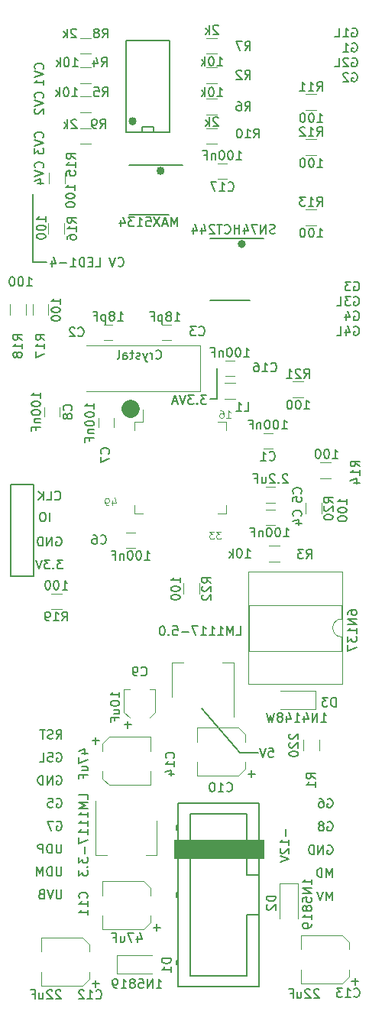
<source format=gbr>
G04 #@! TF.GenerationSoftware,KiCad,Pcbnew,(5.1.4)-1*
G04 #@! TF.CreationDate,2019-11-26T14:30:42+00:00*
G04 #@! TF.ProjectId,MidiMonger,4d696469-4d6f-46e6-9765-722e6b696361,rev?*
G04 #@! TF.SameCoordinates,Original*
G04 #@! TF.FileFunction,Legend,Bot*
G04 #@! TF.FilePolarity,Positive*
%FSLAX46Y46*%
G04 Gerber Fmt 4.6, Leading zero omitted, Abs format (unit mm)*
G04 Created by KiCad (PCBNEW (5.1.4)-1) date 2019-11-26 14:30:42*
%MOMM*%
%LPD*%
G04 APERTURE LIST*
%ADD10C,0.150000*%
%ADD11C,0.120000*%
%ADD12C,0.500000*%
%ADD13C,2.000000*%
%ADD14C,0.100000*%
G04 APERTURE END LIST*
D10*
X100257142Y-57252500D02*
X100304761Y-57204880D01*
X100352380Y-57062023D01*
X100352380Y-56966785D01*
X100304761Y-56823928D01*
X100209523Y-56728690D01*
X100114285Y-56681071D01*
X99923809Y-56633452D01*
X99780952Y-56633452D01*
X99590476Y-56681071D01*
X99495238Y-56728690D01*
X99400000Y-56823928D01*
X99352380Y-56966785D01*
X99352380Y-57062023D01*
X99400000Y-57204880D01*
X99447619Y-57252500D01*
X99352380Y-57538214D02*
X100352380Y-57871547D01*
X99352380Y-58204880D01*
X99685714Y-58966785D02*
X100352380Y-58966785D01*
X99304761Y-58728690D02*
X100019047Y-58490595D01*
X100019047Y-59109642D01*
X100257142Y-53902500D02*
X100304761Y-53854880D01*
X100352380Y-53712023D01*
X100352380Y-53616785D01*
X100304761Y-53473928D01*
X100209523Y-53378690D01*
X100114285Y-53331071D01*
X99923809Y-53283452D01*
X99780952Y-53283452D01*
X99590476Y-53331071D01*
X99495238Y-53378690D01*
X99400000Y-53473928D01*
X99352380Y-53616785D01*
X99352380Y-53712023D01*
X99400000Y-53854880D01*
X99447619Y-53902500D01*
X99352380Y-54188214D02*
X100352380Y-54521547D01*
X99352380Y-54854880D01*
X99352380Y-55092976D02*
X99352380Y-55712023D01*
X99733333Y-55378690D01*
X99733333Y-55521547D01*
X99780952Y-55616785D01*
X99828571Y-55664404D01*
X99923809Y-55712023D01*
X100161904Y-55712023D01*
X100257142Y-55664404D01*
X100304761Y-55616785D01*
X100352380Y-55521547D01*
X100352380Y-55235833D01*
X100304761Y-55140595D01*
X100257142Y-55092976D01*
X100257142Y-49502500D02*
X100304761Y-49454880D01*
X100352380Y-49312023D01*
X100352380Y-49216785D01*
X100304761Y-49073928D01*
X100209523Y-48978690D01*
X100114285Y-48931071D01*
X99923809Y-48883452D01*
X99780952Y-48883452D01*
X99590476Y-48931071D01*
X99495238Y-48978690D01*
X99400000Y-49073928D01*
X99352380Y-49216785D01*
X99352380Y-49312023D01*
X99400000Y-49454880D01*
X99447619Y-49502500D01*
X99352380Y-49788214D02*
X100352380Y-50121547D01*
X99352380Y-50454880D01*
X99447619Y-50740595D02*
X99400000Y-50788214D01*
X99352380Y-50883452D01*
X99352380Y-51121547D01*
X99400000Y-51216785D01*
X99447619Y-51264404D01*
X99542857Y-51312023D01*
X99638095Y-51312023D01*
X99780952Y-51264404D01*
X100352380Y-50692976D01*
X100352380Y-51312023D01*
X100257142Y-46302500D02*
X100304761Y-46254880D01*
X100352380Y-46112023D01*
X100352380Y-46016785D01*
X100304761Y-45873928D01*
X100209523Y-45778690D01*
X100114285Y-45731071D01*
X99923809Y-45683452D01*
X99780952Y-45683452D01*
X99590476Y-45731071D01*
X99495238Y-45778690D01*
X99400000Y-45873928D01*
X99352380Y-46016785D01*
X99352380Y-46112023D01*
X99400000Y-46254880D01*
X99447619Y-46302500D01*
X99352380Y-46588214D02*
X100352380Y-46921547D01*
X99352380Y-47254880D01*
X100352380Y-48112023D02*
X100352380Y-47540595D01*
X100352380Y-47826309D02*
X99352380Y-47826309D01*
X99495238Y-47731071D01*
X99590476Y-47635833D01*
X99638095Y-47540595D01*
X99150000Y-67750000D02*
X99150000Y-60150000D01*
X100700000Y-67750000D02*
X99150000Y-67750000D01*
X108614166Y-68107142D02*
X108661785Y-68154761D01*
X108804642Y-68202380D01*
X108899880Y-68202380D01*
X109042738Y-68154761D01*
X109137976Y-68059523D01*
X109185595Y-67964285D01*
X109233214Y-67773809D01*
X109233214Y-67630952D01*
X109185595Y-67440476D01*
X109137976Y-67345238D01*
X109042738Y-67250000D01*
X108899880Y-67202380D01*
X108804642Y-67202380D01*
X108661785Y-67250000D01*
X108614166Y-67297619D01*
X108328452Y-67202380D02*
X107995119Y-68202380D01*
X107661785Y-67202380D01*
X106090357Y-68202380D02*
X106566547Y-68202380D01*
X106566547Y-67202380D01*
X105757023Y-67678571D02*
X105423690Y-67678571D01*
X105280833Y-68202380D02*
X105757023Y-68202380D01*
X105757023Y-67202380D01*
X105280833Y-67202380D01*
X104852261Y-68202380D02*
X104852261Y-67202380D01*
X104614166Y-67202380D01*
X104471309Y-67250000D01*
X104376071Y-67345238D01*
X104328452Y-67440476D01*
X104280833Y-67630952D01*
X104280833Y-67773809D01*
X104328452Y-67964285D01*
X104376071Y-68059523D01*
X104471309Y-68154761D01*
X104614166Y-68202380D01*
X104852261Y-68202380D01*
X103328452Y-68202380D02*
X103899880Y-68202380D01*
X103614166Y-68202380D02*
X103614166Y-67202380D01*
X103709404Y-67345238D01*
X103804642Y-67440476D01*
X103899880Y-67488095D01*
X102899880Y-67821428D02*
X102137976Y-67821428D01*
X101233214Y-67535714D02*
X101233214Y-68202380D01*
X101471309Y-67154761D02*
X101709404Y-67869047D01*
X101090357Y-67869047D01*
X122100000Y-122100000D02*
X117900000Y-117200000D01*
X124100000Y-122100000D02*
X122100000Y-122100000D01*
X119600000Y-82900000D02*
X119600000Y-79500000D01*
X118800000Y-82900000D02*
X119600000Y-82900000D01*
X118404761Y-82452380D02*
X117785714Y-82452380D01*
X118119047Y-82833333D01*
X117976190Y-82833333D01*
X117880952Y-82880952D01*
X117833333Y-82928571D01*
X117785714Y-83023809D01*
X117785714Y-83261904D01*
X117833333Y-83357142D01*
X117880952Y-83404761D01*
X117976190Y-83452380D01*
X118261904Y-83452380D01*
X118357142Y-83404761D01*
X118404761Y-83357142D01*
X117357142Y-83357142D02*
X117309523Y-83404761D01*
X117357142Y-83452380D01*
X117404761Y-83404761D01*
X117357142Y-83357142D01*
X117357142Y-83452380D01*
X116976190Y-82452380D02*
X116357142Y-82452380D01*
X116690476Y-82833333D01*
X116547619Y-82833333D01*
X116452380Y-82880952D01*
X116404761Y-82928571D01*
X116357142Y-83023809D01*
X116357142Y-83261904D01*
X116404761Y-83357142D01*
X116452380Y-83404761D01*
X116547619Y-83452380D01*
X116833333Y-83452380D01*
X116928571Y-83404761D01*
X116976190Y-83357142D01*
X116071428Y-82452380D02*
X115738095Y-83452380D01*
X115404761Y-82452380D01*
X115119047Y-83166666D02*
X114642857Y-83166666D01*
X115214285Y-83452380D02*
X114880952Y-82452380D01*
X114547619Y-83452380D01*
X125290476Y-121552380D02*
X125766666Y-121552380D01*
X125814285Y-122028571D01*
X125766666Y-121980952D01*
X125671428Y-121933333D01*
X125433333Y-121933333D01*
X125338095Y-121980952D01*
X125290476Y-122028571D01*
X125242857Y-122123809D01*
X125242857Y-122361904D01*
X125290476Y-122457142D01*
X125338095Y-122504761D01*
X125433333Y-122552380D01*
X125671428Y-122552380D01*
X125766666Y-122504761D01*
X125814285Y-122457142D01*
X124957142Y-121552380D02*
X124623809Y-122552380D01*
X124290476Y-121552380D01*
D11*
X120612476Y-84961904D02*
X121069619Y-84961904D01*
X120841047Y-84961904D02*
X120841047Y-84161904D01*
X120917238Y-84276190D01*
X120993428Y-84352380D01*
X121069619Y-84390476D01*
X119926761Y-84161904D02*
X120079142Y-84161904D01*
X120155333Y-84200000D01*
X120193428Y-84238095D01*
X120269619Y-84352380D01*
X120307714Y-84504761D01*
X120307714Y-84809523D01*
X120269619Y-84885714D01*
X120231523Y-84923809D01*
X120155333Y-84961904D01*
X120002952Y-84961904D01*
X119926761Y-84923809D01*
X119888666Y-84885714D01*
X119850571Y-84809523D01*
X119850571Y-84619047D01*
X119888666Y-84542857D01*
X119926761Y-84504761D01*
X120002952Y-84466666D01*
X120155333Y-84466666D01*
X120231523Y-84504761D01*
X120269619Y-84542857D01*
X120307714Y-84619047D01*
X107988666Y-94128571D02*
X107988666Y-94661904D01*
X108179142Y-93823809D02*
X108369619Y-94395238D01*
X107874380Y-94395238D01*
X107531523Y-94661904D02*
X107379142Y-94661904D01*
X107302952Y-94623809D01*
X107264857Y-94585714D01*
X107188666Y-94471428D01*
X107150571Y-94319047D01*
X107150571Y-94014285D01*
X107188666Y-93938095D01*
X107226761Y-93900000D01*
X107302952Y-93861904D01*
X107455333Y-93861904D01*
X107531523Y-93900000D01*
X107569619Y-93938095D01*
X107607714Y-94014285D01*
X107607714Y-94204761D01*
X107569619Y-94280952D01*
X107531523Y-94319047D01*
X107455333Y-94357142D01*
X107302952Y-94357142D01*
X107226761Y-94319047D01*
X107188666Y-94280952D01*
X107150571Y-94204761D01*
X120007714Y-97561904D02*
X119512476Y-97561904D01*
X119779142Y-97866666D01*
X119664857Y-97866666D01*
X119588666Y-97904761D01*
X119550571Y-97942857D01*
X119512476Y-98019047D01*
X119512476Y-98209523D01*
X119550571Y-98285714D01*
X119588666Y-98323809D01*
X119664857Y-98361904D01*
X119893428Y-98361904D01*
X119969619Y-98323809D01*
X120007714Y-98285714D01*
X119245809Y-97561904D02*
X118750571Y-97561904D01*
X119017238Y-97866666D01*
X118902952Y-97866666D01*
X118826761Y-97904761D01*
X118788666Y-97942857D01*
X118750571Y-98019047D01*
X118750571Y-98209523D01*
X118788666Y-98285714D01*
X118826761Y-98323809D01*
X118902952Y-98361904D01*
X119131523Y-98361904D01*
X119207714Y-98323809D01*
X119245809Y-98285714D01*
D10*
X134540595Y-41825000D02*
X134635833Y-41777380D01*
X134778690Y-41777380D01*
X134921547Y-41825000D01*
X135016785Y-41920238D01*
X135064404Y-42015476D01*
X135112023Y-42205952D01*
X135112023Y-42348809D01*
X135064404Y-42539285D01*
X135016785Y-42634523D01*
X134921547Y-42729761D01*
X134778690Y-42777380D01*
X134683452Y-42777380D01*
X134540595Y-42729761D01*
X134492976Y-42682142D01*
X134492976Y-42348809D01*
X134683452Y-42348809D01*
X133540595Y-42777380D02*
X134112023Y-42777380D01*
X133826309Y-42777380D02*
X133826309Y-41777380D01*
X133921547Y-41920238D01*
X134016785Y-42015476D01*
X134112023Y-42063095D01*
X132635833Y-42777380D02*
X133112023Y-42777380D01*
X133112023Y-41777380D01*
X134540595Y-43475000D02*
X134635833Y-43427380D01*
X134778690Y-43427380D01*
X134921547Y-43475000D01*
X135016785Y-43570238D01*
X135064404Y-43665476D01*
X135112023Y-43855952D01*
X135112023Y-43998809D01*
X135064404Y-44189285D01*
X135016785Y-44284523D01*
X134921547Y-44379761D01*
X134778690Y-44427380D01*
X134683452Y-44427380D01*
X134540595Y-44379761D01*
X134492976Y-44332142D01*
X134492976Y-43998809D01*
X134683452Y-43998809D01*
X133540595Y-44427380D02*
X134112023Y-44427380D01*
X133826309Y-44427380D02*
X133826309Y-43427380D01*
X133921547Y-43570238D01*
X134016785Y-43665476D01*
X134112023Y-43713095D01*
X134540595Y-45125000D02*
X134635833Y-45077380D01*
X134778690Y-45077380D01*
X134921547Y-45125000D01*
X135016785Y-45220238D01*
X135064404Y-45315476D01*
X135112023Y-45505952D01*
X135112023Y-45648809D01*
X135064404Y-45839285D01*
X135016785Y-45934523D01*
X134921547Y-46029761D01*
X134778690Y-46077380D01*
X134683452Y-46077380D01*
X134540595Y-46029761D01*
X134492976Y-45982142D01*
X134492976Y-45648809D01*
X134683452Y-45648809D01*
X134112023Y-45172619D02*
X134064404Y-45125000D01*
X133969166Y-45077380D01*
X133731071Y-45077380D01*
X133635833Y-45125000D01*
X133588214Y-45172619D01*
X133540595Y-45267857D01*
X133540595Y-45363095D01*
X133588214Y-45505952D01*
X134159642Y-46077380D01*
X133540595Y-46077380D01*
X132635833Y-46077380D02*
X133112023Y-46077380D01*
X133112023Y-45077380D01*
X134540595Y-46775000D02*
X134635833Y-46727380D01*
X134778690Y-46727380D01*
X134921547Y-46775000D01*
X135016785Y-46870238D01*
X135064404Y-46965476D01*
X135112023Y-47155952D01*
X135112023Y-47298809D01*
X135064404Y-47489285D01*
X135016785Y-47584523D01*
X134921547Y-47679761D01*
X134778690Y-47727380D01*
X134683452Y-47727380D01*
X134540595Y-47679761D01*
X134492976Y-47632142D01*
X134492976Y-47298809D01*
X134683452Y-47298809D01*
X134112023Y-46822619D02*
X134064404Y-46775000D01*
X133969166Y-46727380D01*
X133731071Y-46727380D01*
X133635833Y-46775000D01*
X133588214Y-46822619D01*
X133540595Y-46917857D01*
X133540595Y-47013095D01*
X133588214Y-47155952D01*
X134159642Y-47727380D01*
X133540595Y-47727380D01*
X132338095Y-135877380D02*
X132338095Y-134877380D01*
X132004762Y-135591666D01*
X131671428Y-134877380D01*
X131671428Y-135877380D01*
X131195238Y-135877380D02*
X131195238Y-134877380D01*
X130957142Y-134877380D01*
X130814285Y-134925000D01*
X130719047Y-135020238D01*
X130671428Y-135115476D01*
X130623809Y-135305952D01*
X130623809Y-135448809D01*
X130671428Y-135639285D01*
X130719047Y-135734523D01*
X130814285Y-135829761D01*
X130957142Y-135877380D01*
X131195238Y-135877380D01*
X131814285Y-132350000D02*
X131909523Y-132302380D01*
X132052381Y-132302380D01*
X132195238Y-132350000D01*
X132290476Y-132445238D01*
X132338095Y-132540476D01*
X132385714Y-132730952D01*
X132385714Y-132873809D01*
X132338095Y-133064285D01*
X132290476Y-133159523D01*
X132195238Y-133254761D01*
X132052381Y-133302380D01*
X131957142Y-133302380D01*
X131814285Y-133254761D01*
X131766666Y-133207142D01*
X131766666Y-132873809D01*
X131957142Y-132873809D01*
X131338095Y-133302380D02*
X131338095Y-132302380D01*
X130766666Y-133302380D01*
X130766666Y-132302380D01*
X130290476Y-133302380D02*
X130290476Y-132302380D01*
X130052381Y-132302380D01*
X129909523Y-132350000D01*
X129814285Y-132445238D01*
X129766666Y-132540476D01*
X129719047Y-132730952D01*
X129719047Y-132873809D01*
X129766666Y-133064285D01*
X129814285Y-133159523D01*
X129909523Y-133254761D01*
X130052381Y-133302380D01*
X130290476Y-133302380D01*
X131814285Y-127200000D02*
X131909523Y-127152380D01*
X132052380Y-127152380D01*
X132195238Y-127200000D01*
X132290476Y-127295238D01*
X132338095Y-127390476D01*
X132385714Y-127580952D01*
X132385714Y-127723809D01*
X132338095Y-127914285D01*
X132290476Y-128009523D01*
X132195238Y-128104761D01*
X132052380Y-128152380D01*
X131957142Y-128152380D01*
X131814285Y-128104761D01*
X131766666Y-128057142D01*
X131766666Y-127723809D01*
X131957142Y-127723809D01*
X130909523Y-127152380D02*
X131100000Y-127152380D01*
X131195238Y-127200000D01*
X131242857Y-127247619D01*
X131338095Y-127390476D01*
X131385714Y-127580952D01*
X131385714Y-127961904D01*
X131338095Y-128057142D01*
X131290476Y-128104761D01*
X131195238Y-128152380D01*
X131004761Y-128152380D01*
X130909523Y-128104761D01*
X130861904Y-128057142D01*
X130814285Y-127961904D01*
X130814285Y-127723809D01*
X130861904Y-127628571D01*
X130909523Y-127580952D01*
X131004761Y-127533333D01*
X131195238Y-127533333D01*
X131290476Y-127580952D01*
X131338095Y-127628571D01*
X131385714Y-127723809D01*
X134740595Y-69925000D02*
X134835833Y-69877380D01*
X134978690Y-69877380D01*
X135121547Y-69925000D01*
X135216785Y-70020238D01*
X135264404Y-70115476D01*
X135312023Y-70305952D01*
X135312023Y-70448809D01*
X135264404Y-70639285D01*
X135216785Y-70734523D01*
X135121547Y-70829761D01*
X134978690Y-70877380D01*
X134883452Y-70877380D01*
X134740595Y-70829761D01*
X134692976Y-70782142D01*
X134692976Y-70448809D01*
X134883452Y-70448809D01*
X134359642Y-69877380D02*
X133740595Y-69877380D01*
X134073928Y-70258333D01*
X133931071Y-70258333D01*
X133835833Y-70305952D01*
X133788214Y-70353571D01*
X133740595Y-70448809D01*
X133740595Y-70686904D01*
X133788214Y-70782142D01*
X133835833Y-70829761D01*
X133931071Y-70877380D01*
X134216785Y-70877380D01*
X134312023Y-70829761D01*
X134359642Y-70782142D01*
X134740595Y-71575000D02*
X134835833Y-71527380D01*
X134978690Y-71527380D01*
X135121547Y-71575000D01*
X135216785Y-71670238D01*
X135264404Y-71765476D01*
X135312023Y-71955952D01*
X135312023Y-72098809D01*
X135264404Y-72289285D01*
X135216785Y-72384523D01*
X135121547Y-72479761D01*
X134978690Y-72527380D01*
X134883452Y-72527380D01*
X134740595Y-72479761D01*
X134692976Y-72432142D01*
X134692976Y-72098809D01*
X134883452Y-72098809D01*
X134359642Y-71527380D02*
X133740595Y-71527380D01*
X134073928Y-71908333D01*
X133931071Y-71908333D01*
X133835833Y-71955952D01*
X133788214Y-72003571D01*
X133740595Y-72098809D01*
X133740595Y-72336904D01*
X133788214Y-72432142D01*
X133835833Y-72479761D01*
X133931071Y-72527380D01*
X134216785Y-72527380D01*
X134312023Y-72479761D01*
X134359642Y-72432142D01*
X132835833Y-72527380D02*
X133312023Y-72527380D01*
X133312023Y-71527380D01*
X134740595Y-73225000D02*
X134835833Y-73177380D01*
X134978690Y-73177380D01*
X135121547Y-73225000D01*
X135216785Y-73320238D01*
X135264404Y-73415476D01*
X135312023Y-73605952D01*
X135312023Y-73748809D01*
X135264404Y-73939285D01*
X135216785Y-74034523D01*
X135121547Y-74129761D01*
X134978690Y-74177380D01*
X134883452Y-74177380D01*
X134740595Y-74129761D01*
X134692976Y-74082142D01*
X134692976Y-73748809D01*
X134883452Y-73748809D01*
X133835833Y-73510714D02*
X133835833Y-74177380D01*
X134073928Y-73129761D02*
X134312023Y-73844047D01*
X133692976Y-73844047D01*
X134740595Y-74875000D02*
X134835833Y-74827380D01*
X134978690Y-74827380D01*
X135121547Y-74875000D01*
X135216785Y-74970238D01*
X135264404Y-75065476D01*
X135312023Y-75255952D01*
X135312023Y-75398809D01*
X135264404Y-75589285D01*
X135216785Y-75684523D01*
X135121547Y-75779761D01*
X134978690Y-75827380D01*
X134883452Y-75827380D01*
X134740595Y-75779761D01*
X134692976Y-75732142D01*
X134692976Y-75398809D01*
X134883452Y-75398809D01*
X133835833Y-75160714D02*
X133835833Y-75827380D01*
X134073928Y-74779761D02*
X134312023Y-75494047D01*
X133692976Y-75494047D01*
X132835833Y-75827380D02*
X133312023Y-75827380D01*
X133312023Y-74827380D01*
X132338095Y-138452380D02*
X132338095Y-137452380D01*
X132004762Y-138166666D01*
X131671429Y-137452380D01*
X131671429Y-138452380D01*
X131338095Y-137452380D02*
X131004762Y-138452380D01*
X130671429Y-137452380D01*
X131814285Y-129775000D02*
X131909523Y-129727380D01*
X132052380Y-129727380D01*
X132195238Y-129775000D01*
X132290476Y-129870238D01*
X132338095Y-129965476D01*
X132385714Y-130155952D01*
X132385714Y-130298809D01*
X132338095Y-130489285D01*
X132290476Y-130584523D01*
X132195238Y-130679761D01*
X132052380Y-130727380D01*
X131957142Y-130727380D01*
X131814285Y-130679761D01*
X131766666Y-130632142D01*
X131766666Y-130298809D01*
X131957142Y-130298809D01*
X131195238Y-130155952D02*
X131290476Y-130108333D01*
X131338095Y-130060714D01*
X131385714Y-129965476D01*
X131385714Y-129917857D01*
X131338095Y-129822619D01*
X131290476Y-129775000D01*
X131195238Y-129727380D01*
X131004761Y-129727380D01*
X130909523Y-129775000D01*
X130861904Y-129822619D01*
X130814285Y-129917857D01*
X130814285Y-129965476D01*
X130861904Y-130060714D01*
X130909523Y-130108333D01*
X131004761Y-130155952D01*
X131195238Y-130155952D01*
X131290476Y-130203571D01*
X131338095Y-130251190D01*
X131385714Y-130346428D01*
X131385714Y-130536904D01*
X131338095Y-130632142D01*
X131290476Y-130679761D01*
X131195238Y-130727380D01*
X131004761Y-130727380D01*
X130909523Y-130679761D01*
X130861904Y-130632142D01*
X130814285Y-130536904D01*
X130814285Y-130346428D01*
X130861904Y-130251190D01*
X130909523Y-130203571D01*
X131004761Y-130155952D01*
X102319047Y-137252380D02*
X102319047Y-138061904D01*
X102271428Y-138157142D01*
X102223809Y-138204761D01*
X102128571Y-138252380D01*
X101938095Y-138252380D01*
X101842857Y-138204761D01*
X101795238Y-138157142D01*
X101747619Y-138061904D01*
X101747619Y-137252380D01*
X101414285Y-137252380D02*
X101080952Y-138252380D01*
X100747619Y-137252380D01*
X100080952Y-137728571D02*
X99938095Y-137776190D01*
X99890476Y-137823809D01*
X99842857Y-137919047D01*
X99842857Y-138061904D01*
X99890476Y-138157142D01*
X99938095Y-138204761D01*
X100033333Y-138252380D01*
X100414285Y-138252380D01*
X100414285Y-137252380D01*
X100080952Y-137252380D01*
X99985714Y-137300000D01*
X99938095Y-137347619D01*
X99890476Y-137442857D01*
X99890476Y-137538095D01*
X99938095Y-137633333D01*
X99985714Y-137680952D01*
X100080952Y-137728571D01*
X100414285Y-137728571D01*
X102319047Y-134723806D02*
X102319047Y-135533330D01*
X102271428Y-135628568D01*
X102223809Y-135676187D01*
X102128571Y-135723806D01*
X101938095Y-135723806D01*
X101842857Y-135676187D01*
X101795238Y-135628568D01*
X101747619Y-135533330D01*
X101747619Y-134723806D01*
X101271428Y-135723806D02*
X101271428Y-134723806D01*
X101033333Y-134723806D01*
X100890476Y-134771426D01*
X100795238Y-134866664D01*
X100747619Y-134961902D01*
X100700000Y-135152378D01*
X100700000Y-135295235D01*
X100747619Y-135485711D01*
X100795238Y-135580949D01*
X100890476Y-135676187D01*
X101033333Y-135723806D01*
X101271428Y-135723806D01*
X100271428Y-135723806D02*
X100271428Y-134723806D01*
X99938095Y-135438092D01*
X99604762Y-134723806D01*
X99604762Y-135723806D01*
X102319047Y-132195235D02*
X102319047Y-133004759D01*
X102271428Y-133099997D01*
X102223809Y-133147616D01*
X102128571Y-133195235D01*
X101938094Y-133195235D01*
X101842856Y-133147616D01*
X101795237Y-133099997D01*
X101747618Y-133004759D01*
X101747618Y-132195235D01*
X101271428Y-133195235D02*
X101271428Y-132195235D01*
X101033333Y-132195235D01*
X100890475Y-132242855D01*
X100795237Y-132338093D01*
X100747618Y-132433331D01*
X100699999Y-132623807D01*
X100699999Y-132766664D01*
X100747618Y-132957140D01*
X100795237Y-133052378D01*
X100890475Y-133147616D01*
X101033333Y-133195235D01*
X101271428Y-133195235D01*
X100271428Y-133195235D02*
X100271428Y-132195235D01*
X99890475Y-132195235D01*
X99795237Y-132242855D01*
X99747618Y-132290474D01*
X99699999Y-132385712D01*
X99699999Y-132528569D01*
X99747618Y-132623807D01*
X99795237Y-132671426D01*
X99890475Y-132719045D01*
X100271428Y-132719045D01*
X101795237Y-129714284D02*
X101890475Y-129666664D01*
X102033332Y-129666664D01*
X102176190Y-129714284D01*
X102271428Y-129809522D01*
X102319047Y-129904760D01*
X102366666Y-130095236D01*
X102366666Y-130238093D01*
X102319047Y-130428569D01*
X102271428Y-130523807D01*
X102176190Y-130619045D01*
X102033332Y-130666664D01*
X101938094Y-130666664D01*
X101795237Y-130619045D01*
X101747618Y-130571426D01*
X101747618Y-130238093D01*
X101938094Y-130238093D01*
X101414285Y-129666664D02*
X100747618Y-129666664D01*
X101176190Y-130666664D01*
X101795237Y-127185713D02*
X101890475Y-127138093D01*
X102033332Y-127138093D01*
X102176190Y-127185713D01*
X102271428Y-127280951D01*
X102319047Y-127376189D01*
X102366666Y-127566665D01*
X102366666Y-127709522D01*
X102319047Y-127899998D01*
X102271428Y-127995236D01*
X102176190Y-128090474D01*
X102033332Y-128138093D01*
X101938094Y-128138093D01*
X101795237Y-128090474D01*
X101747618Y-128042855D01*
X101747618Y-127709522D01*
X101938094Y-127709522D01*
X100842856Y-127138093D02*
X101319047Y-127138093D01*
X101366666Y-127614284D01*
X101319047Y-127566665D01*
X101223809Y-127519046D01*
X100985713Y-127519046D01*
X100890475Y-127566665D01*
X100842856Y-127614284D01*
X100795237Y-127709522D01*
X100795237Y-127947617D01*
X100842856Y-128042855D01*
X100890475Y-128090474D01*
X100985713Y-128138093D01*
X101223809Y-128138093D01*
X101319047Y-128090474D01*
X101366666Y-128042855D01*
X101795237Y-124657142D02*
X101890475Y-124609522D01*
X102033333Y-124609522D01*
X102176190Y-124657142D01*
X102271428Y-124752380D01*
X102319047Y-124847618D01*
X102366666Y-125038094D01*
X102366666Y-125180951D01*
X102319047Y-125371427D01*
X102271428Y-125466665D01*
X102176190Y-125561903D01*
X102033333Y-125609522D01*
X101938094Y-125609522D01*
X101795237Y-125561903D01*
X101747618Y-125514284D01*
X101747618Y-125180951D01*
X101938094Y-125180951D01*
X101319047Y-125609522D02*
X101319047Y-124609522D01*
X100747618Y-125609522D01*
X100747618Y-124609522D01*
X100271428Y-125609522D02*
X100271428Y-124609522D01*
X100033333Y-124609522D01*
X99890475Y-124657142D01*
X99795237Y-124752380D01*
X99747618Y-124847618D01*
X99699999Y-125038094D01*
X99699999Y-125180951D01*
X99747618Y-125371427D01*
X99795237Y-125466665D01*
X99890475Y-125561903D01*
X100033333Y-125609522D01*
X100271428Y-125609522D01*
X101795237Y-122128571D02*
X101890475Y-122080951D01*
X102033332Y-122080951D01*
X102176190Y-122128571D01*
X102271428Y-122223809D01*
X102319047Y-122319047D01*
X102366666Y-122509523D01*
X102366666Y-122652380D01*
X102319047Y-122842856D01*
X102271428Y-122938094D01*
X102176190Y-123033332D01*
X102033332Y-123080951D01*
X101938094Y-123080951D01*
X101795237Y-123033332D01*
X101747618Y-122985713D01*
X101747618Y-122652380D01*
X101938094Y-122652380D01*
X100842856Y-122080951D02*
X101319047Y-122080951D01*
X101366666Y-122557142D01*
X101319047Y-122509523D01*
X101223809Y-122461904D01*
X100985713Y-122461904D01*
X100890475Y-122509523D01*
X100842856Y-122557142D01*
X100795237Y-122652380D01*
X100795237Y-122890475D01*
X100842856Y-122985713D01*
X100890475Y-123033332D01*
X100985713Y-123080951D01*
X101223809Y-123080951D01*
X101319047Y-123033332D01*
X101366666Y-122985713D01*
X99890475Y-123080951D02*
X100366666Y-123080951D01*
X100366666Y-122080951D01*
X101747619Y-120552380D02*
X102080952Y-120076190D01*
X102319047Y-120552380D02*
X102319047Y-119552380D01*
X101938095Y-119552380D01*
X101842857Y-119600000D01*
X101795238Y-119647619D01*
X101747619Y-119742857D01*
X101747619Y-119885714D01*
X101795238Y-119980952D01*
X101842857Y-120028571D01*
X101938095Y-120076190D01*
X102319047Y-120076190D01*
X101366666Y-120504761D02*
X101223809Y-120552380D01*
X100985714Y-120552380D01*
X100890476Y-120504761D01*
X100842857Y-120457142D01*
X100795238Y-120361904D01*
X100795238Y-120266666D01*
X100842857Y-120171428D01*
X100890476Y-120123809D01*
X100985714Y-120076190D01*
X101176190Y-120028571D01*
X101271428Y-119980952D01*
X101319047Y-119933333D01*
X101366666Y-119838095D01*
X101366666Y-119742857D01*
X101319047Y-119647619D01*
X101271428Y-119600000D01*
X101176190Y-119552380D01*
X100938095Y-119552380D01*
X100795238Y-119600000D01*
X100509523Y-119552380D02*
X99938095Y-119552380D01*
X100223809Y-120552380D02*
X100223809Y-119552380D01*
D12*
X110400000Y-52100000D02*
G75*
G03X110400000Y-52100000I-200000J0D01*
G01*
X122500000Y-65700000D02*
G75*
G03X122500000Y-65700000I-200000J0D01*
G01*
X113500000Y-57600000D02*
G75*
G03X113500000Y-57600000I-200000J0D01*
G01*
D13*
X110000000Y-84000000D02*
G75*
G03X110000000Y-84000000I0J0D01*
G01*
D10*
X124750000Y-65050000D02*
X118775000Y-65050000D01*
X123225000Y-71950000D02*
X118775000Y-71950000D01*
D11*
X129400000Y-55880000D02*
X130600000Y-55880000D01*
X130600000Y-54120000D02*
X129400000Y-54120000D01*
X124700000Y-86650000D02*
X125700000Y-86650000D01*
X125700000Y-88350000D02*
X124700000Y-88350000D01*
X107000000Y-74650000D02*
X108000000Y-74650000D01*
X108000000Y-76350000D02*
X107000000Y-76350000D01*
X114500000Y-76350000D02*
X113500000Y-76350000D01*
X113500000Y-74650000D02*
X114500000Y-74650000D01*
X126000000Y-96850000D02*
X125000000Y-96850000D01*
X125000000Y-95150000D02*
X126000000Y-95150000D01*
X125000000Y-92650000D02*
X126000000Y-92650000D01*
X126000000Y-94350000D02*
X125000000Y-94350000D01*
X109500000Y-97650000D02*
X110500000Y-97650000D01*
X110500000Y-99350000D02*
X109500000Y-99350000D01*
X106400000Y-86000000D02*
X106400000Y-85000000D01*
X108100000Y-85000000D02*
X108100000Y-86000000D01*
X102150000Y-83800000D02*
X102150000Y-84800000D01*
X100450000Y-84800000D02*
X100450000Y-83800000D01*
X112710000Y-115020000D02*
X112710000Y-117560000D01*
X109270000Y-117580000D02*
X109270000Y-115040000D01*
X112710000Y-115020000D02*
X112120000Y-115020000D01*
X112710000Y-117560000D02*
X112120000Y-118160000D01*
X109270000Y-115020000D02*
X109880000Y-115020000D01*
X109270000Y-117580000D02*
X109880000Y-118190000D01*
X121910000Y-124640000D02*
X117330000Y-124640000D01*
X122670000Y-123880000D02*
X121910000Y-124640000D01*
X121910000Y-119310000D02*
X122670000Y-120070000D01*
X117330000Y-119310000D02*
X121910000Y-119310000D01*
X122670000Y-120070000D02*
X122670000Y-120860000D01*
X122670000Y-123880000D02*
X122670000Y-123090000D01*
X117330000Y-124640000D02*
X117330000Y-123090000D01*
X117330000Y-119310000D02*
X117330000Y-120860000D01*
X111410000Y-141670000D02*
X106830000Y-141670000D01*
X112170000Y-140910000D02*
X111410000Y-141670000D01*
X111410000Y-136330000D02*
X112170000Y-137090000D01*
X106830000Y-136330000D02*
X111410000Y-136330000D01*
X112170000Y-137090000D02*
X112170000Y-137880000D01*
X112170000Y-140910000D02*
X112170000Y-140120000D01*
X106830000Y-136330000D02*
X106830000Y-137880000D01*
X106830000Y-141670000D02*
X106830000Y-140120000D01*
X104660000Y-147890000D02*
X100080000Y-147890000D01*
X105420000Y-147130000D02*
X104660000Y-147890000D01*
X104660000Y-142560000D02*
X105420000Y-143320000D01*
X100080000Y-142560000D02*
X104660000Y-142560000D01*
X105420000Y-143320000D02*
X105420000Y-144110000D01*
X105420000Y-147130000D02*
X105420000Y-146340000D01*
X100080000Y-147890000D02*
X100080000Y-146340000D01*
X100080000Y-142560000D02*
X100080000Y-144110000D01*
X128830000Y-142310000D02*
X128830000Y-143860000D01*
X128830000Y-147640000D02*
X128830000Y-146090000D01*
X134170000Y-146880000D02*
X134170000Y-146090000D01*
X134170000Y-143070000D02*
X134170000Y-143860000D01*
X128830000Y-142310000D02*
X133410000Y-142310000D01*
X133410000Y-142310000D02*
X134170000Y-143070000D01*
X134170000Y-146880000D02*
X133410000Y-147640000D01*
X133410000Y-147640000D02*
X128830000Y-147640000D01*
X112170000Y-120330000D02*
X112170000Y-121880000D01*
X112170000Y-125670000D02*
X112170000Y-124120000D01*
X106830000Y-121090000D02*
X106830000Y-121880000D01*
X106830000Y-124910000D02*
X106830000Y-124120000D01*
X112170000Y-125670000D02*
X107590000Y-125670000D01*
X107590000Y-125670000D02*
X106830000Y-124910000D01*
X106830000Y-121090000D02*
X107590000Y-120330000D01*
X107590000Y-120330000D02*
X112170000Y-120330000D01*
X121500000Y-80350000D02*
X120500000Y-80350000D01*
X120500000Y-78650000D02*
X121500000Y-78650000D01*
X119650000Y-56800000D02*
X120650000Y-56800000D01*
X120650000Y-58500000D02*
X119650000Y-58500000D01*
X108500000Y-146500000D02*
X112400000Y-146500000D01*
X108500000Y-144500000D02*
X112400000Y-144500000D01*
X108500000Y-146500000D02*
X108500000Y-144500000D01*
X126500000Y-136550000D02*
X128500000Y-136550000D01*
X128500000Y-136550000D02*
X128500000Y-140450000D01*
X126500000Y-136550000D02*
X126500000Y-140450000D01*
D10*
X99270000Y-102520000D02*
X96730000Y-102520000D01*
X96730000Y-102520000D02*
X96730000Y-92360000D01*
X96730000Y-92360000D02*
X99270000Y-92360000D01*
X99270000Y-92360000D02*
X99270000Y-102520000D01*
X124200000Y-127680000D02*
X115260000Y-127680000D01*
X115260000Y-127680000D02*
X115260000Y-147980000D01*
X115260000Y-147980000D02*
X124200000Y-147980000D01*
X124200000Y-147980000D02*
X124200000Y-127680000D01*
X124200000Y-135605000D02*
X122900000Y-135605000D01*
X122900000Y-135605000D02*
X122900000Y-128880000D01*
X122900000Y-128880000D02*
X116560000Y-128880000D01*
X116560000Y-128880000D02*
X116560000Y-146780000D01*
X116560000Y-146780000D02*
X122900000Y-146780000D01*
X122900000Y-146780000D02*
X122900000Y-140055000D01*
X122900000Y-140055000D02*
X124200000Y-140055000D01*
X115260000Y-137580000D02*
X115060000Y-137580000D01*
X115060000Y-137580000D02*
X115060000Y-138080000D01*
X115060000Y-138080000D02*
X115260000Y-138080000D01*
X115160000Y-137580000D02*
X115160000Y-138080000D01*
X115260000Y-145060000D02*
X115060000Y-145060000D01*
X115060000Y-145060000D02*
X115060000Y-145560000D01*
X115060000Y-145560000D02*
X115260000Y-145560000D01*
X115160000Y-145060000D02*
X115160000Y-145560000D01*
X115260000Y-130100000D02*
X115060000Y-130100000D01*
X115060000Y-130100000D02*
X115060000Y-130600000D01*
X115060000Y-130600000D02*
X115260000Y-130600000D01*
X115160000Y-130100000D02*
X115160000Y-130600000D01*
D14*
G36*
X114800000Y-131750000D02*
G01*
X114800000Y-133750000D01*
X124700000Y-133750000D01*
X124700000Y-131750000D01*
X114800000Y-131750000D01*
G37*
X114800000Y-131750000D02*
X114800000Y-133750000D01*
X124700000Y-133750000D01*
X124700000Y-131750000D01*
X114800000Y-131750000D01*
D11*
X120400000Y-82880000D02*
X121600000Y-82880000D01*
X121600000Y-81120000D02*
X120400000Y-81120000D01*
X129120000Y-120650000D02*
X129120000Y-121850000D01*
X130880000Y-121850000D02*
X130880000Y-120650000D01*
X118400000Y-47880000D02*
X119600000Y-47880000D01*
X119600000Y-46120000D02*
X118400000Y-46120000D01*
X125300000Y-100880000D02*
X126500000Y-100880000D01*
X126500000Y-99120000D02*
X125300000Y-99120000D01*
X104400000Y-47880000D02*
X105600000Y-47880000D01*
X105600000Y-46120000D02*
X104400000Y-46120000D01*
X104400000Y-51130000D02*
X105600000Y-51130000D01*
X105600000Y-49370000D02*
X104400000Y-49370000D01*
X118400000Y-51380000D02*
X119600000Y-51380000D01*
X119600000Y-49620000D02*
X118400000Y-49620000D01*
X118400000Y-44630000D02*
X119600000Y-44630000D01*
X119600000Y-42870000D02*
X118400000Y-42870000D01*
X105600000Y-42870000D02*
X104400000Y-42870000D01*
X104400000Y-44630000D02*
X105600000Y-44630000D01*
X105600000Y-52870000D02*
X104400000Y-52870000D01*
X104400000Y-54630000D02*
X105600000Y-54630000D01*
X118400000Y-54630000D02*
X119600000Y-54630000D01*
X119600000Y-52870000D02*
X118400000Y-52870000D01*
X129400000Y-50880000D02*
X130600000Y-50880000D01*
X130600000Y-49120000D02*
X129400000Y-49120000D01*
X130600000Y-61870000D02*
X129400000Y-61870000D01*
X129400000Y-63630000D02*
X130600000Y-63630000D01*
X130950000Y-91680000D02*
X132150000Y-91680000D01*
X132150000Y-89920000D02*
X130950000Y-89920000D01*
X100920000Y-57800000D02*
X100920000Y-59000000D01*
X102680000Y-59000000D02*
X102680000Y-57800000D01*
X100870000Y-63400000D02*
X100870000Y-64600000D01*
X102630000Y-64600000D02*
X102630000Y-63400000D01*
X99120000Y-72400000D02*
X99120000Y-73600000D01*
X100880000Y-73600000D02*
X100880000Y-72400000D01*
X98380000Y-73600000D02*
X98380000Y-72400000D01*
X96620000Y-72400000D02*
X96620000Y-73600000D01*
X101150000Y-106180000D02*
X102350000Y-106180000D01*
X102350000Y-104420000D02*
X101150000Y-104420000D01*
X129370000Y-94400000D02*
X129370000Y-95600000D01*
X131130000Y-95600000D02*
X131130000Y-94400000D01*
X127950000Y-82680000D02*
X129150000Y-82680000D01*
X129150000Y-80920000D02*
X127950000Y-80920000D01*
X117630000Y-104500000D02*
X117630000Y-103300000D01*
X115870000Y-103300000D02*
X115870000Y-104500000D01*
X120610000Y-94660000D02*
X120610000Y-95610000D01*
X120610000Y-95610000D02*
X119660000Y-95610000D01*
X120610000Y-86340000D02*
X120610000Y-85390000D01*
X120610000Y-85390000D02*
X119660000Y-85390000D01*
X110390000Y-94660000D02*
X110390000Y-95610000D01*
X110390000Y-95610000D02*
X111340000Y-95610000D01*
X110390000Y-86340000D02*
X110390000Y-85390000D01*
X110390000Y-85390000D02*
X111340000Y-85390000D01*
X111340000Y-85390000D02*
X111340000Y-84050000D01*
X133450000Y-102015000D02*
X133450000Y-114485000D01*
X123050000Y-102015000D02*
X133450000Y-102015000D01*
X123050000Y-114485000D02*
X123050000Y-102015000D01*
X133450000Y-114485000D02*
X123050000Y-114485000D01*
X133390000Y-105715000D02*
X133390000Y-107250000D01*
X123110000Y-105715000D02*
X133390000Y-105715000D01*
X123110000Y-110785000D02*
X123110000Y-105715000D01*
X133390000Y-110785000D02*
X123110000Y-110785000D01*
X133390000Y-109250000D02*
X133390000Y-110785000D01*
X133390000Y-107250000D02*
G75*
G03X133390000Y-109250000I0J-1000000D01*
G01*
D10*
X111238000Y-52695000D02*
X111238000Y-53330000D01*
X112508000Y-52695000D02*
X111238000Y-52695000D01*
X112508000Y-53330000D02*
X112508000Y-52695000D01*
X114286000Y-53330000D02*
X114286000Y-43170000D01*
X109460000Y-53330000D02*
X114286000Y-53330000D01*
X109460000Y-43170000D02*
X109460000Y-53330000D01*
X114286000Y-43170000D02*
X109460000Y-43170000D01*
D11*
X121410000Y-118100000D02*
X121410000Y-112090000D01*
X114590000Y-115850000D02*
X114590000Y-112090000D01*
X121410000Y-112090000D02*
X120150000Y-112090000D01*
X114590000Y-112090000D02*
X115850000Y-112090000D01*
X112910000Y-133410000D02*
X111650000Y-133410000D01*
X106090000Y-133410000D02*
X107350000Y-133410000D01*
X112910000Y-129650000D02*
X112910000Y-133410000D01*
X106090000Y-127400000D02*
X106090000Y-133410000D01*
D10*
X115775000Y-56950000D02*
X109800000Y-56950000D01*
X114200000Y-62475000D02*
X109800000Y-62475000D01*
D11*
X105100000Y-76950000D02*
X117700000Y-76950000D01*
X117700000Y-76950000D02*
X117700000Y-82050000D01*
X117700000Y-82050000D02*
X105100000Y-82050000D01*
X130500000Y-115250000D02*
X126600000Y-115250000D01*
X130500000Y-117250000D02*
X126600000Y-117250000D01*
X130500000Y-115250000D02*
X130500000Y-117250000D01*
D10*
X125995238Y-64504761D02*
X125852380Y-64552380D01*
X125614285Y-64552380D01*
X125519047Y-64504761D01*
X125471428Y-64457142D01*
X125423809Y-64361904D01*
X125423809Y-64266666D01*
X125471428Y-64171428D01*
X125519047Y-64123809D01*
X125614285Y-64076190D01*
X125804761Y-64028571D01*
X125900000Y-63980952D01*
X125947619Y-63933333D01*
X125995238Y-63838095D01*
X125995238Y-63742857D01*
X125947619Y-63647619D01*
X125900000Y-63600000D01*
X125804761Y-63552380D01*
X125566666Y-63552380D01*
X125423809Y-63600000D01*
X124995238Y-64552380D02*
X124995238Y-63552380D01*
X124423809Y-64552380D01*
X124423809Y-63552380D01*
X124042857Y-63552380D02*
X123376190Y-63552380D01*
X123804761Y-64552380D01*
X122566666Y-63885714D02*
X122566666Y-64552380D01*
X122804761Y-63504761D02*
X123042857Y-64219047D01*
X122423809Y-64219047D01*
X122042857Y-64552380D02*
X122042857Y-63552380D01*
X122042857Y-64028571D02*
X121471428Y-64028571D01*
X121471428Y-64552380D02*
X121471428Y-63552380D01*
X120423809Y-64457142D02*
X120471428Y-64504761D01*
X120614285Y-64552380D01*
X120709523Y-64552380D01*
X120852380Y-64504761D01*
X120947619Y-64409523D01*
X120995238Y-64314285D01*
X121042857Y-64123809D01*
X121042857Y-63980952D01*
X120995238Y-63790476D01*
X120947619Y-63695238D01*
X120852380Y-63600000D01*
X120709523Y-63552380D01*
X120614285Y-63552380D01*
X120471428Y-63600000D01*
X120423809Y-63647619D01*
X120138095Y-63552380D02*
X119566666Y-63552380D01*
X119852380Y-64552380D02*
X119852380Y-63552380D01*
X119280952Y-63647619D02*
X119233333Y-63600000D01*
X119138095Y-63552380D01*
X118900000Y-63552380D01*
X118804761Y-63600000D01*
X118757142Y-63647619D01*
X118709523Y-63742857D01*
X118709523Y-63838095D01*
X118757142Y-63980952D01*
X119328571Y-64552380D01*
X118709523Y-64552380D01*
X117852380Y-63885714D02*
X117852380Y-64552380D01*
X118090476Y-63504761D02*
X118328571Y-64219047D01*
X117709523Y-64219047D01*
X116900000Y-63885714D02*
X116900000Y-64552380D01*
X117138095Y-63504761D02*
X117376190Y-64219047D01*
X116757142Y-64219047D01*
X130642857Y-53752380D02*
X130976190Y-53276190D01*
X131214285Y-53752380D02*
X131214285Y-52752380D01*
X130833333Y-52752380D01*
X130738095Y-52800000D01*
X130690476Y-52847619D01*
X130642857Y-52942857D01*
X130642857Y-53085714D01*
X130690476Y-53180952D01*
X130738095Y-53228571D01*
X130833333Y-53276190D01*
X131214285Y-53276190D01*
X129690476Y-53752380D02*
X130261904Y-53752380D01*
X129976190Y-53752380D02*
X129976190Y-52752380D01*
X130071428Y-52895238D01*
X130166666Y-52990476D01*
X130261904Y-53038095D01*
X129309523Y-52847619D02*
X129261904Y-52800000D01*
X129166666Y-52752380D01*
X128928571Y-52752380D01*
X128833333Y-52800000D01*
X128785714Y-52847619D01*
X128738095Y-52942857D01*
X128738095Y-53038095D01*
X128785714Y-53180952D01*
X129357142Y-53752380D01*
X128738095Y-53752380D01*
X130666666Y-57202380D02*
X131238095Y-57202380D01*
X130952380Y-57202380D02*
X130952380Y-56202380D01*
X131047619Y-56345238D01*
X131142857Y-56440476D01*
X131238095Y-56488095D01*
X130047619Y-56202380D02*
X129952380Y-56202380D01*
X129857142Y-56250000D01*
X129809523Y-56297619D01*
X129761904Y-56392857D01*
X129714285Y-56583333D01*
X129714285Y-56821428D01*
X129761904Y-57011904D01*
X129809523Y-57107142D01*
X129857142Y-57154761D01*
X129952380Y-57202380D01*
X130047619Y-57202380D01*
X130142857Y-57154761D01*
X130190476Y-57107142D01*
X130238095Y-57011904D01*
X130285714Y-56821428D01*
X130285714Y-56583333D01*
X130238095Y-56392857D01*
X130190476Y-56297619D01*
X130142857Y-56250000D01*
X130047619Y-56202380D01*
X129095238Y-56202380D02*
X129000000Y-56202380D01*
X128904761Y-56250000D01*
X128857142Y-56297619D01*
X128809523Y-56392857D01*
X128761904Y-56583333D01*
X128761904Y-56821428D01*
X128809523Y-57011904D01*
X128857142Y-57107142D01*
X128904761Y-57154761D01*
X129000000Y-57202380D01*
X129095238Y-57202380D01*
X129190476Y-57154761D01*
X129238095Y-57107142D01*
X129285714Y-57011904D01*
X129333333Y-56821428D01*
X129333333Y-56583333D01*
X129285714Y-56392857D01*
X129238095Y-56297619D01*
X129190476Y-56250000D01*
X129095238Y-56202380D01*
X125366666Y-89607142D02*
X125414285Y-89654761D01*
X125557142Y-89702380D01*
X125652380Y-89702380D01*
X125795238Y-89654761D01*
X125890476Y-89559523D01*
X125938095Y-89464285D01*
X125985714Y-89273809D01*
X125985714Y-89130952D01*
X125938095Y-88940476D01*
X125890476Y-88845238D01*
X125795238Y-88750000D01*
X125652380Y-88702380D01*
X125557142Y-88702380D01*
X125414285Y-88750000D01*
X125366666Y-88797619D01*
X124414285Y-89702380D02*
X124985714Y-89702380D01*
X124700000Y-89702380D02*
X124700000Y-88702380D01*
X124795238Y-88845238D01*
X124890476Y-88940476D01*
X124985714Y-88988095D01*
X126747619Y-86202380D02*
X127319047Y-86202380D01*
X127033333Y-86202380D02*
X127033333Y-85202380D01*
X127128571Y-85345238D01*
X127223809Y-85440476D01*
X127319047Y-85488095D01*
X126128571Y-85202380D02*
X126033333Y-85202380D01*
X125938095Y-85250000D01*
X125890476Y-85297619D01*
X125842857Y-85392857D01*
X125795238Y-85583333D01*
X125795238Y-85821428D01*
X125842857Y-86011904D01*
X125890476Y-86107142D01*
X125938095Y-86154761D01*
X126033333Y-86202380D01*
X126128571Y-86202380D01*
X126223809Y-86154761D01*
X126271428Y-86107142D01*
X126319047Y-86011904D01*
X126366666Y-85821428D01*
X126366666Y-85583333D01*
X126319047Y-85392857D01*
X126271428Y-85297619D01*
X126223809Y-85250000D01*
X126128571Y-85202380D01*
X125176190Y-85202380D02*
X125080952Y-85202380D01*
X124985714Y-85250000D01*
X124938095Y-85297619D01*
X124890476Y-85392857D01*
X124842857Y-85583333D01*
X124842857Y-85821428D01*
X124890476Y-86011904D01*
X124938095Y-86107142D01*
X124985714Y-86154761D01*
X125080952Y-86202380D01*
X125176190Y-86202380D01*
X125271428Y-86154761D01*
X125319047Y-86107142D01*
X125366666Y-86011904D01*
X125414285Y-85821428D01*
X125414285Y-85583333D01*
X125366666Y-85392857D01*
X125319047Y-85297619D01*
X125271428Y-85250000D01*
X125176190Y-85202380D01*
X124414285Y-85535714D02*
X124414285Y-86202380D01*
X124414285Y-85630952D02*
X124366666Y-85583333D01*
X124271428Y-85535714D01*
X124128571Y-85535714D01*
X124033333Y-85583333D01*
X123985714Y-85678571D01*
X123985714Y-86202380D01*
X123176190Y-85678571D02*
X123509523Y-85678571D01*
X123509523Y-86202380D02*
X123509523Y-85202380D01*
X123033333Y-85202380D01*
X104166666Y-75857142D02*
X104214285Y-75904761D01*
X104357142Y-75952380D01*
X104452380Y-75952380D01*
X104595238Y-75904761D01*
X104690476Y-75809523D01*
X104738095Y-75714285D01*
X104785714Y-75523809D01*
X104785714Y-75380952D01*
X104738095Y-75190476D01*
X104690476Y-75095238D01*
X104595238Y-75000000D01*
X104452380Y-74952380D01*
X104357142Y-74952380D01*
X104214285Y-75000000D01*
X104166666Y-75047619D01*
X103785714Y-75047619D02*
X103738095Y-75000000D01*
X103642857Y-74952380D01*
X103404761Y-74952380D01*
X103309523Y-75000000D01*
X103261904Y-75047619D01*
X103214285Y-75142857D01*
X103214285Y-75238095D01*
X103261904Y-75380952D01*
X103833333Y-75952380D01*
X103214285Y-75952380D01*
X108571428Y-74202380D02*
X109142857Y-74202380D01*
X108857142Y-74202380D02*
X108857142Y-73202380D01*
X108952380Y-73345238D01*
X109047619Y-73440476D01*
X109142857Y-73488095D01*
X108000000Y-73630952D02*
X108095238Y-73583333D01*
X108142857Y-73535714D01*
X108190476Y-73440476D01*
X108190476Y-73392857D01*
X108142857Y-73297619D01*
X108095238Y-73250000D01*
X108000000Y-73202380D01*
X107809523Y-73202380D01*
X107714285Y-73250000D01*
X107666666Y-73297619D01*
X107619047Y-73392857D01*
X107619047Y-73440476D01*
X107666666Y-73535714D01*
X107714285Y-73583333D01*
X107809523Y-73630952D01*
X108000000Y-73630952D01*
X108095238Y-73678571D01*
X108142857Y-73726190D01*
X108190476Y-73821428D01*
X108190476Y-74011904D01*
X108142857Y-74107142D01*
X108095238Y-74154761D01*
X108000000Y-74202380D01*
X107809523Y-74202380D01*
X107714285Y-74154761D01*
X107666666Y-74107142D01*
X107619047Y-74011904D01*
X107619047Y-73821428D01*
X107666666Y-73726190D01*
X107714285Y-73678571D01*
X107809523Y-73630952D01*
X107190476Y-73535714D02*
X107190476Y-74535714D01*
X107190476Y-73583333D02*
X107095238Y-73535714D01*
X106904761Y-73535714D01*
X106809523Y-73583333D01*
X106761904Y-73630952D01*
X106714285Y-73726190D01*
X106714285Y-74011904D01*
X106761904Y-74107142D01*
X106809523Y-74154761D01*
X106904761Y-74202380D01*
X107095238Y-74202380D01*
X107190476Y-74154761D01*
X105952380Y-73678571D02*
X106285714Y-73678571D01*
X106285714Y-74202380D02*
X106285714Y-73202380D01*
X105809523Y-73202380D01*
X117566666Y-75757142D02*
X117614285Y-75804761D01*
X117757142Y-75852380D01*
X117852380Y-75852380D01*
X117995238Y-75804761D01*
X118090476Y-75709523D01*
X118138095Y-75614285D01*
X118185714Y-75423809D01*
X118185714Y-75280952D01*
X118138095Y-75090476D01*
X118090476Y-74995238D01*
X117995238Y-74900000D01*
X117852380Y-74852380D01*
X117757142Y-74852380D01*
X117614285Y-74900000D01*
X117566666Y-74947619D01*
X117233333Y-74852380D02*
X116614285Y-74852380D01*
X116947619Y-75233333D01*
X116804761Y-75233333D01*
X116709523Y-75280952D01*
X116661904Y-75328571D01*
X116614285Y-75423809D01*
X116614285Y-75661904D01*
X116661904Y-75757142D01*
X116709523Y-75804761D01*
X116804761Y-75852380D01*
X117090476Y-75852380D01*
X117185714Y-75804761D01*
X117233333Y-75757142D01*
X114871428Y-74252380D02*
X115442857Y-74252380D01*
X115157142Y-74252380D02*
X115157142Y-73252380D01*
X115252380Y-73395238D01*
X115347619Y-73490476D01*
X115442857Y-73538095D01*
X114300000Y-73680952D02*
X114395238Y-73633333D01*
X114442857Y-73585714D01*
X114490476Y-73490476D01*
X114490476Y-73442857D01*
X114442857Y-73347619D01*
X114395238Y-73300000D01*
X114300000Y-73252380D01*
X114109523Y-73252380D01*
X114014285Y-73300000D01*
X113966666Y-73347619D01*
X113919047Y-73442857D01*
X113919047Y-73490476D01*
X113966666Y-73585714D01*
X114014285Y-73633333D01*
X114109523Y-73680952D01*
X114300000Y-73680952D01*
X114395238Y-73728571D01*
X114442857Y-73776190D01*
X114490476Y-73871428D01*
X114490476Y-74061904D01*
X114442857Y-74157142D01*
X114395238Y-74204761D01*
X114300000Y-74252380D01*
X114109523Y-74252380D01*
X114014285Y-74204761D01*
X113966666Y-74157142D01*
X113919047Y-74061904D01*
X113919047Y-73871428D01*
X113966666Y-73776190D01*
X114014285Y-73728571D01*
X114109523Y-73680952D01*
X113490476Y-73585714D02*
X113490476Y-74585714D01*
X113490476Y-73633333D02*
X113395238Y-73585714D01*
X113204761Y-73585714D01*
X113109523Y-73633333D01*
X113061904Y-73680952D01*
X113014285Y-73776190D01*
X113014285Y-74061904D01*
X113061904Y-74157142D01*
X113109523Y-74204761D01*
X113204761Y-74252380D01*
X113395238Y-74252380D01*
X113490476Y-74204761D01*
X112252380Y-73728571D02*
X112585714Y-73728571D01*
X112585714Y-74252380D02*
X112585714Y-73252380D01*
X112109523Y-73252380D01*
X128857142Y-95833333D02*
X128904761Y-95785714D01*
X128952380Y-95642857D01*
X128952380Y-95547619D01*
X128904761Y-95404761D01*
X128809523Y-95309523D01*
X128714285Y-95261904D01*
X128523809Y-95214285D01*
X128380952Y-95214285D01*
X128190476Y-95261904D01*
X128095238Y-95309523D01*
X128000000Y-95404761D01*
X127952380Y-95547619D01*
X127952380Y-95642857D01*
X128000000Y-95785714D01*
X128047619Y-95833333D01*
X128285714Y-96690476D02*
X128952380Y-96690476D01*
X127904761Y-96452380D02*
X128619047Y-96214285D01*
X128619047Y-96833333D01*
X126947619Y-98152380D02*
X127519047Y-98152380D01*
X127233333Y-98152380D02*
X127233333Y-97152380D01*
X127328571Y-97295238D01*
X127423809Y-97390476D01*
X127519047Y-97438095D01*
X126328571Y-97152380D02*
X126233333Y-97152380D01*
X126138095Y-97200000D01*
X126090476Y-97247619D01*
X126042857Y-97342857D01*
X125995238Y-97533333D01*
X125995238Y-97771428D01*
X126042857Y-97961904D01*
X126090476Y-98057142D01*
X126138095Y-98104761D01*
X126233333Y-98152380D01*
X126328571Y-98152380D01*
X126423809Y-98104761D01*
X126471428Y-98057142D01*
X126519047Y-97961904D01*
X126566666Y-97771428D01*
X126566666Y-97533333D01*
X126519047Y-97342857D01*
X126471428Y-97247619D01*
X126423809Y-97200000D01*
X126328571Y-97152380D01*
X125376190Y-97152380D02*
X125280952Y-97152380D01*
X125185714Y-97200000D01*
X125138095Y-97247619D01*
X125090476Y-97342857D01*
X125042857Y-97533333D01*
X125042857Y-97771428D01*
X125090476Y-97961904D01*
X125138095Y-98057142D01*
X125185714Y-98104761D01*
X125280952Y-98152380D01*
X125376190Y-98152380D01*
X125471428Y-98104761D01*
X125519047Y-98057142D01*
X125566666Y-97961904D01*
X125614285Y-97771428D01*
X125614285Y-97533333D01*
X125566666Y-97342857D01*
X125519047Y-97247619D01*
X125471428Y-97200000D01*
X125376190Y-97152380D01*
X124614285Y-97485714D02*
X124614285Y-98152380D01*
X124614285Y-97580952D02*
X124566666Y-97533333D01*
X124471428Y-97485714D01*
X124328571Y-97485714D01*
X124233333Y-97533333D01*
X124185714Y-97628571D01*
X124185714Y-98152380D01*
X123376190Y-97628571D02*
X123709523Y-97628571D01*
X123709523Y-98152380D02*
X123709523Y-97152380D01*
X123233333Y-97152380D01*
X128857142Y-93333333D02*
X128904761Y-93285714D01*
X128952380Y-93142857D01*
X128952380Y-93047619D01*
X128904761Y-92904761D01*
X128809523Y-92809523D01*
X128714285Y-92761904D01*
X128523809Y-92714285D01*
X128380952Y-92714285D01*
X128190476Y-92761904D01*
X128095238Y-92809523D01*
X128000000Y-92904761D01*
X127952380Y-93047619D01*
X127952380Y-93142857D01*
X128000000Y-93285714D01*
X128047619Y-93333333D01*
X127952380Y-94238095D02*
X127952380Y-93761904D01*
X128428571Y-93714285D01*
X128380952Y-93761904D01*
X128333333Y-93857142D01*
X128333333Y-94095238D01*
X128380952Y-94190476D01*
X128428571Y-94238095D01*
X128523809Y-94285714D01*
X128761904Y-94285714D01*
X128857142Y-94238095D01*
X128904761Y-94190476D01*
X128952380Y-94095238D01*
X128952380Y-93857142D01*
X128904761Y-93761904D01*
X128857142Y-93714285D01*
X127380952Y-91297619D02*
X127333333Y-91250000D01*
X127238095Y-91202380D01*
X127000000Y-91202380D01*
X126904761Y-91250000D01*
X126857142Y-91297619D01*
X126809523Y-91392857D01*
X126809523Y-91488095D01*
X126857142Y-91630952D01*
X127428571Y-92202380D01*
X126809523Y-92202380D01*
X126380952Y-92107142D02*
X126333333Y-92154761D01*
X126380952Y-92202380D01*
X126428571Y-92154761D01*
X126380952Y-92107142D01*
X126380952Y-92202380D01*
X125952380Y-91297619D02*
X125904761Y-91250000D01*
X125809523Y-91202380D01*
X125571428Y-91202380D01*
X125476190Y-91250000D01*
X125428571Y-91297619D01*
X125380952Y-91392857D01*
X125380952Y-91488095D01*
X125428571Y-91630952D01*
X126000000Y-92202380D01*
X125380952Y-92202380D01*
X124523809Y-91535714D02*
X124523809Y-92202380D01*
X124952380Y-91535714D02*
X124952380Y-92059523D01*
X124904761Y-92154761D01*
X124809523Y-92202380D01*
X124666666Y-92202380D01*
X124571428Y-92154761D01*
X124523809Y-92107142D01*
X123714285Y-91678571D02*
X124047619Y-91678571D01*
X124047619Y-92202380D02*
X124047619Y-91202380D01*
X123571428Y-91202380D01*
X106666666Y-98857142D02*
X106714285Y-98904761D01*
X106857142Y-98952380D01*
X106952380Y-98952380D01*
X107095238Y-98904761D01*
X107190476Y-98809523D01*
X107238095Y-98714285D01*
X107285714Y-98523809D01*
X107285714Y-98380952D01*
X107238095Y-98190476D01*
X107190476Y-98095238D01*
X107095238Y-98000000D01*
X106952380Y-97952380D01*
X106857142Y-97952380D01*
X106714285Y-98000000D01*
X106666666Y-98047619D01*
X105809523Y-97952380D02*
X106000000Y-97952380D01*
X106095238Y-98000000D01*
X106142857Y-98047619D01*
X106238095Y-98190476D01*
X106285714Y-98380952D01*
X106285714Y-98761904D01*
X106238095Y-98857142D01*
X106190476Y-98904761D01*
X106095238Y-98952380D01*
X105904761Y-98952380D01*
X105809523Y-98904761D01*
X105761904Y-98857142D01*
X105714285Y-98761904D01*
X105714285Y-98523809D01*
X105761904Y-98428571D01*
X105809523Y-98380952D01*
X105904761Y-98333333D01*
X106095238Y-98333333D01*
X106190476Y-98380952D01*
X106238095Y-98428571D01*
X106285714Y-98523809D01*
X111547619Y-100702380D02*
X112119047Y-100702380D01*
X111833333Y-100702380D02*
X111833333Y-99702380D01*
X111928571Y-99845238D01*
X112023809Y-99940476D01*
X112119047Y-99988095D01*
X110928571Y-99702380D02*
X110833333Y-99702380D01*
X110738095Y-99750000D01*
X110690476Y-99797619D01*
X110642857Y-99892857D01*
X110595238Y-100083333D01*
X110595238Y-100321428D01*
X110642857Y-100511904D01*
X110690476Y-100607142D01*
X110738095Y-100654761D01*
X110833333Y-100702380D01*
X110928571Y-100702380D01*
X111023809Y-100654761D01*
X111071428Y-100607142D01*
X111119047Y-100511904D01*
X111166666Y-100321428D01*
X111166666Y-100083333D01*
X111119047Y-99892857D01*
X111071428Y-99797619D01*
X111023809Y-99750000D01*
X110928571Y-99702380D01*
X109976190Y-99702380D02*
X109880952Y-99702380D01*
X109785714Y-99750000D01*
X109738095Y-99797619D01*
X109690476Y-99892857D01*
X109642857Y-100083333D01*
X109642857Y-100321428D01*
X109690476Y-100511904D01*
X109738095Y-100607142D01*
X109785714Y-100654761D01*
X109880952Y-100702380D01*
X109976190Y-100702380D01*
X110071428Y-100654761D01*
X110119047Y-100607142D01*
X110166666Y-100511904D01*
X110214285Y-100321428D01*
X110214285Y-100083333D01*
X110166666Y-99892857D01*
X110119047Y-99797619D01*
X110071428Y-99750000D01*
X109976190Y-99702380D01*
X109214285Y-100035714D02*
X109214285Y-100702380D01*
X109214285Y-100130952D02*
X109166666Y-100083333D01*
X109071428Y-100035714D01*
X108928571Y-100035714D01*
X108833333Y-100083333D01*
X108785714Y-100178571D01*
X108785714Y-100702380D01*
X107976190Y-100178571D02*
X108309523Y-100178571D01*
X108309523Y-100702380D02*
X108309523Y-99702380D01*
X107833333Y-99702380D01*
X107557142Y-88933333D02*
X107604761Y-88885714D01*
X107652380Y-88742857D01*
X107652380Y-88647619D01*
X107604761Y-88504761D01*
X107509523Y-88409523D01*
X107414285Y-88361904D01*
X107223809Y-88314285D01*
X107080952Y-88314285D01*
X106890476Y-88361904D01*
X106795238Y-88409523D01*
X106700000Y-88504761D01*
X106652380Y-88647619D01*
X106652380Y-88742857D01*
X106700000Y-88885714D01*
X106747619Y-88933333D01*
X106652380Y-89266666D02*
X106652380Y-89933333D01*
X107652380Y-89504761D01*
X105952380Y-83952380D02*
X105952380Y-83380952D01*
X105952380Y-83666666D02*
X104952380Y-83666666D01*
X105095238Y-83571428D01*
X105190476Y-83476190D01*
X105238095Y-83380952D01*
X104952380Y-84571428D02*
X104952380Y-84666666D01*
X105000000Y-84761904D01*
X105047619Y-84809523D01*
X105142857Y-84857142D01*
X105333333Y-84904761D01*
X105571428Y-84904761D01*
X105761904Y-84857142D01*
X105857142Y-84809523D01*
X105904761Y-84761904D01*
X105952380Y-84666666D01*
X105952380Y-84571428D01*
X105904761Y-84476190D01*
X105857142Y-84428571D01*
X105761904Y-84380952D01*
X105571428Y-84333333D01*
X105333333Y-84333333D01*
X105142857Y-84380952D01*
X105047619Y-84428571D01*
X105000000Y-84476190D01*
X104952380Y-84571428D01*
X104952380Y-85523809D02*
X104952380Y-85619047D01*
X105000000Y-85714285D01*
X105047619Y-85761904D01*
X105142857Y-85809523D01*
X105333333Y-85857142D01*
X105571428Y-85857142D01*
X105761904Y-85809523D01*
X105857142Y-85761904D01*
X105904761Y-85714285D01*
X105952380Y-85619047D01*
X105952380Y-85523809D01*
X105904761Y-85428571D01*
X105857142Y-85380952D01*
X105761904Y-85333333D01*
X105571428Y-85285714D01*
X105333333Y-85285714D01*
X105142857Y-85333333D01*
X105047619Y-85380952D01*
X105000000Y-85428571D01*
X104952380Y-85523809D01*
X105285714Y-86285714D02*
X105952380Y-86285714D01*
X105380952Y-86285714D02*
X105333333Y-86333333D01*
X105285714Y-86428571D01*
X105285714Y-86571428D01*
X105333333Y-86666666D01*
X105428571Y-86714285D01*
X105952380Y-86714285D01*
X105428571Y-87523809D02*
X105428571Y-87190476D01*
X105952380Y-87190476D02*
X104952380Y-87190476D01*
X104952380Y-87666666D01*
X103407142Y-84133333D02*
X103454761Y-84085714D01*
X103502380Y-83942857D01*
X103502380Y-83847619D01*
X103454761Y-83704761D01*
X103359523Y-83609523D01*
X103264285Y-83561904D01*
X103073809Y-83514285D01*
X102930952Y-83514285D01*
X102740476Y-83561904D01*
X102645238Y-83609523D01*
X102550000Y-83704761D01*
X102502380Y-83847619D01*
X102502380Y-83942857D01*
X102550000Y-84085714D01*
X102597619Y-84133333D01*
X102930952Y-84704761D02*
X102883333Y-84609523D01*
X102835714Y-84561904D01*
X102740476Y-84514285D01*
X102692857Y-84514285D01*
X102597619Y-84561904D01*
X102550000Y-84609523D01*
X102502380Y-84704761D01*
X102502380Y-84895238D01*
X102550000Y-84990476D01*
X102597619Y-85038095D01*
X102692857Y-85085714D01*
X102740476Y-85085714D01*
X102835714Y-85038095D01*
X102883333Y-84990476D01*
X102930952Y-84895238D01*
X102930952Y-84704761D01*
X102978571Y-84609523D01*
X103026190Y-84561904D01*
X103121428Y-84514285D01*
X103311904Y-84514285D01*
X103407142Y-84561904D01*
X103454761Y-84609523D01*
X103502380Y-84704761D01*
X103502380Y-84895238D01*
X103454761Y-84990476D01*
X103407142Y-85038095D01*
X103311904Y-85085714D01*
X103121428Y-85085714D01*
X103026190Y-85038095D01*
X102978571Y-84990476D01*
X102930952Y-84895238D01*
X100002380Y-82752380D02*
X100002380Y-82180952D01*
X100002380Y-82466666D02*
X99002380Y-82466666D01*
X99145238Y-82371428D01*
X99240476Y-82276190D01*
X99288095Y-82180952D01*
X99002380Y-83371428D02*
X99002380Y-83466666D01*
X99050000Y-83561904D01*
X99097619Y-83609523D01*
X99192857Y-83657142D01*
X99383333Y-83704761D01*
X99621428Y-83704761D01*
X99811904Y-83657142D01*
X99907142Y-83609523D01*
X99954761Y-83561904D01*
X100002380Y-83466666D01*
X100002380Y-83371428D01*
X99954761Y-83276190D01*
X99907142Y-83228571D01*
X99811904Y-83180952D01*
X99621428Y-83133333D01*
X99383333Y-83133333D01*
X99192857Y-83180952D01*
X99097619Y-83228571D01*
X99050000Y-83276190D01*
X99002380Y-83371428D01*
X99002380Y-84323809D02*
X99002380Y-84419047D01*
X99050000Y-84514285D01*
X99097619Y-84561904D01*
X99192857Y-84609523D01*
X99383333Y-84657142D01*
X99621428Y-84657142D01*
X99811904Y-84609523D01*
X99907142Y-84561904D01*
X99954761Y-84514285D01*
X100002380Y-84419047D01*
X100002380Y-84323809D01*
X99954761Y-84228571D01*
X99907142Y-84180952D01*
X99811904Y-84133333D01*
X99621428Y-84085714D01*
X99383333Y-84085714D01*
X99192857Y-84133333D01*
X99097619Y-84180952D01*
X99050000Y-84228571D01*
X99002380Y-84323809D01*
X99335714Y-85085714D02*
X100002380Y-85085714D01*
X99430952Y-85085714D02*
X99383333Y-85133333D01*
X99335714Y-85228571D01*
X99335714Y-85371428D01*
X99383333Y-85466666D01*
X99478571Y-85514285D01*
X100002380Y-85514285D01*
X99478571Y-86323809D02*
X99478571Y-85990476D01*
X100002380Y-85990476D02*
X99002380Y-85990476D01*
X99002380Y-86466666D01*
X111166666Y-113457142D02*
X111214285Y-113504761D01*
X111357142Y-113552380D01*
X111452380Y-113552380D01*
X111595238Y-113504761D01*
X111690476Y-113409523D01*
X111738095Y-113314285D01*
X111785714Y-113123809D01*
X111785714Y-112980952D01*
X111738095Y-112790476D01*
X111690476Y-112695238D01*
X111595238Y-112600000D01*
X111452380Y-112552380D01*
X111357142Y-112552380D01*
X111214285Y-112600000D01*
X111166666Y-112647619D01*
X110690476Y-113552380D02*
X110500000Y-113552380D01*
X110404761Y-113504761D01*
X110357142Y-113457142D01*
X110261904Y-113314285D01*
X110214285Y-113123809D01*
X110214285Y-112742857D01*
X110261904Y-112647619D01*
X110309523Y-112600000D01*
X110404761Y-112552380D01*
X110595238Y-112552380D01*
X110690476Y-112600000D01*
X110738095Y-112647619D01*
X110785714Y-112742857D01*
X110785714Y-112980952D01*
X110738095Y-113076190D01*
X110690476Y-113123809D01*
X110595238Y-113171428D01*
X110404761Y-113171428D01*
X110309523Y-113123809D01*
X110261904Y-113076190D01*
X110214285Y-112980952D01*
X108752380Y-115928571D02*
X108752380Y-115357142D01*
X108752380Y-115642857D02*
X107752380Y-115642857D01*
X107895238Y-115547619D01*
X107990476Y-115452380D01*
X108038095Y-115357142D01*
X107752380Y-116547619D02*
X107752380Y-116642857D01*
X107800000Y-116738095D01*
X107847619Y-116785714D01*
X107942857Y-116833333D01*
X108133333Y-116880952D01*
X108371428Y-116880952D01*
X108561904Y-116833333D01*
X108657142Y-116785714D01*
X108704761Y-116738095D01*
X108752380Y-116642857D01*
X108752380Y-116547619D01*
X108704761Y-116452380D01*
X108657142Y-116404761D01*
X108561904Y-116357142D01*
X108371428Y-116309523D01*
X108133333Y-116309523D01*
X107942857Y-116357142D01*
X107847619Y-116404761D01*
X107800000Y-116452380D01*
X107752380Y-116547619D01*
X108085714Y-117738095D02*
X108752380Y-117738095D01*
X108085714Y-117309523D02*
X108609523Y-117309523D01*
X108704761Y-117357142D01*
X108752380Y-117452380D01*
X108752380Y-117595238D01*
X108704761Y-117690476D01*
X108657142Y-117738095D01*
X108228571Y-118547619D02*
X108228571Y-118214285D01*
X108752380Y-118214285D02*
X107752380Y-118214285D01*
X107752380Y-118690476D01*
X109671428Y-118589047D02*
X109671428Y-119350952D01*
X110052380Y-118970000D02*
X109290476Y-118970000D01*
X120642857Y-126277142D02*
X120690476Y-126324761D01*
X120833333Y-126372380D01*
X120928571Y-126372380D01*
X121071428Y-126324761D01*
X121166666Y-126229523D01*
X121214285Y-126134285D01*
X121261904Y-125943809D01*
X121261904Y-125800952D01*
X121214285Y-125610476D01*
X121166666Y-125515238D01*
X121071428Y-125420000D01*
X120928571Y-125372380D01*
X120833333Y-125372380D01*
X120690476Y-125420000D01*
X120642857Y-125467619D01*
X119690476Y-126372380D02*
X120261904Y-126372380D01*
X119976190Y-126372380D02*
X119976190Y-125372380D01*
X120071428Y-125515238D01*
X120166666Y-125610476D01*
X120261904Y-125658095D01*
X119071428Y-125372380D02*
X118976190Y-125372380D01*
X118880952Y-125420000D01*
X118833333Y-125467619D01*
X118785714Y-125562857D01*
X118738095Y-125753333D01*
X118738095Y-125991428D01*
X118785714Y-126181904D01*
X118833333Y-126277142D01*
X118880952Y-126324761D01*
X118976190Y-126372380D01*
X119071428Y-126372380D01*
X119166666Y-126324761D01*
X119214285Y-126277142D01*
X119261904Y-126181904D01*
X119309523Y-125991428D01*
X119309523Y-125753333D01*
X119261904Y-125562857D01*
X119214285Y-125467619D01*
X119166666Y-125420000D01*
X119071428Y-125372380D01*
X123760952Y-124411428D02*
X122999047Y-124411428D01*
X123380000Y-124792380D02*
X123380000Y-124030476D01*
X105157142Y-138157142D02*
X105204761Y-138109523D01*
X105252380Y-137966666D01*
X105252380Y-137871428D01*
X105204761Y-137728571D01*
X105109523Y-137633333D01*
X105014285Y-137585714D01*
X104823809Y-137538095D01*
X104680952Y-137538095D01*
X104490476Y-137585714D01*
X104395238Y-137633333D01*
X104300000Y-137728571D01*
X104252380Y-137871428D01*
X104252380Y-137966666D01*
X104300000Y-138109523D01*
X104347619Y-138157142D01*
X105252380Y-139109523D02*
X105252380Y-138538095D01*
X105252380Y-138823809D02*
X104252380Y-138823809D01*
X104395238Y-138728571D01*
X104490476Y-138633333D01*
X104538095Y-138538095D01*
X105252380Y-140061904D02*
X105252380Y-139490476D01*
X105252380Y-139776190D02*
X104252380Y-139776190D01*
X104395238Y-139680952D01*
X104490476Y-139585714D01*
X104538095Y-139490476D01*
X110766666Y-142385714D02*
X110766666Y-143052380D01*
X111004761Y-142004761D02*
X111242857Y-142719047D01*
X110623809Y-142719047D01*
X110338095Y-142052380D02*
X109671428Y-142052380D01*
X110100000Y-143052380D01*
X108861904Y-142385714D02*
X108861904Y-143052380D01*
X109290476Y-142385714D02*
X109290476Y-142909523D01*
X109242857Y-143004761D01*
X109147619Y-143052380D01*
X109004761Y-143052380D01*
X108909523Y-143004761D01*
X108861904Y-142957142D01*
X108052380Y-142528571D02*
X108385714Y-142528571D01*
X108385714Y-143052380D02*
X108385714Y-142052380D01*
X107909523Y-142052380D01*
X113260952Y-141421428D02*
X112499047Y-141421428D01*
X112880000Y-141802380D02*
X112880000Y-141040476D01*
X106142857Y-149257142D02*
X106190476Y-149304761D01*
X106333333Y-149352380D01*
X106428571Y-149352380D01*
X106571428Y-149304761D01*
X106666666Y-149209523D01*
X106714285Y-149114285D01*
X106761904Y-148923809D01*
X106761904Y-148780952D01*
X106714285Y-148590476D01*
X106666666Y-148495238D01*
X106571428Y-148400000D01*
X106428571Y-148352380D01*
X106333333Y-148352380D01*
X106190476Y-148400000D01*
X106142857Y-148447619D01*
X105190476Y-149352380D02*
X105761904Y-149352380D01*
X105476190Y-149352380D02*
X105476190Y-148352380D01*
X105571428Y-148495238D01*
X105666666Y-148590476D01*
X105761904Y-148638095D01*
X104809523Y-148447619D02*
X104761904Y-148400000D01*
X104666666Y-148352380D01*
X104428571Y-148352380D01*
X104333333Y-148400000D01*
X104285714Y-148447619D01*
X104238095Y-148542857D01*
X104238095Y-148638095D01*
X104285714Y-148780952D01*
X104857142Y-149352380D01*
X104238095Y-149352380D01*
X102242857Y-148447619D02*
X102195238Y-148400000D01*
X102100000Y-148352380D01*
X101861904Y-148352380D01*
X101766666Y-148400000D01*
X101719047Y-148447619D01*
X101671428Y-148542857D01*
X101671428Y-148638095D01*
X101719047Y-148780952D01*
X102290476Y-149352380D01*
X101671428Y-149352380D01*
X101290476Y-148447619D02*
X101242857Y-148400000D01*
X101147619Y-148352380D01*
X100909523Y-148352380D01*
X100814285Y-148400000D01*
X100766666Y-148447619D01*
X100719047Y-148542857D01*
X100719047Y-148638095D01*
X100766666Y-148780952D01*
X101338095Y-149352380D01*
X100719047Y-149352380D01*
X99861904Y-148685714D02*
X99861904Y-149352380D01*
X100290476Y-148685714D02*
X100290476Y-149209523D01*
X100242857Y-149304761D01*
X100147619Y-149352380D01*
X100004761Y-149352380D01*
X99909523Y-149304761D01*
X99861904Y-149257142D01*
X99052380Y-148828571D02*
X99385714Y-148828571D01*
X99385714Y-149352380D02*
X99385714Y-148352380D01*
X98909523Y-148352380D01*
X106510952Y-147661428D02*
X105749047Y-147661428D01*
X106130000Y-148042380D02*
X106130000Y-147280476D01*
X134742857Y-149057142D02*
X134790476Y-149104761D01*
X134933333Y-149152380D01*
X135028571Y-149152380D01*
X135171428Y-149104761D01*
X135266666Y-149009523D01*
X135314285Y-148914285D01*
X135361904Y-148723809D01*
X135361904Y-148580952D01*
X135314285Y-148390476D01*
X135266666Y-148295238D01*
X135171428Y-148200000D01*
X135028571Y-148152380D01*
X134933333Y-148152380D01*
X134790476Y-148200000D01*
X134742857Y-148247619D01*
X133790476Y-149152380D02*
X134361904Y-149152380D01*
X134076190Y-149152380D02*
X134076190Y-148152380D01*
X134171428Y-148295238D01*
X134266666Y-148390476D01*
X134361904Y-148438095D01*
X133457142Y-148152380D02*
X132838095Y-148152380D01*
X133171428Y-148533333D01*
X133028571Y-148533333D01*
X132933333Y-148580952D01*
X132885714Y-148628571D01*
X132838095Y-148723809D01*
X132838095Y-148961904D01*
X132885714Y-149057142D01*
X132933333Y-149104761D01*
X133028571Y-149152380D01*
X133314285Y-149152380D01*
X133409523Y-149104761D01*
X133457142Y-149057142D01*
X130842857Y-148347619D02*
X130795238Y-148300000D01*
X130700000Y-148252380D01*
X130461904Y-148252380D01*
X130366666Y-148300000D01*
X130319047Y-148347619D01*
X130271428Y-148442857D01*
X130271428Y-148538095D01*
X130319047Y-148680952D01*
X130890476Y-149252380D01*
X130271428Y-149252380D01*
X129890476Y-148347619D02*
X129842857Y-148300000D01*
X129747619Y-148252380D01*
X129509523Y-148252380D01*
X129414285Y-148300000D01*
X129366666Y-148347619D01*
X129319047Y-148442857D01*
X129319047Y-148538095D01*
X129366666Y-148680952D01*
X129938095Y-149252380D01*
X129319047Y-149252380D01*
X128461904Y-148585714D02*
X128461904Y-149252380D01*
X128890476Y-148585714D02*
X128890476Y-149109523D01*
X128842857Y-149204761D01*
X128747619Y-149252380D01*
X128604761Y-149252380D01*
X128509523Y-149204761D01*
X128461904Y-149157142D01*
X127652380Y-148728571D02*
X127985714Y-148728571D01*
X127985714Y-149252380D02*
X127985714Y-148252380D01*
X127509523Y-148252380D01*
X135260952Y-147411428D02*
X134499047Y-147411428D01*
X134880000Y-147792380D02*
X134880000Y-147030476D01*
X114757142Y-122657142D02*
X114804761Y-122609523D01*
X114852380Y-122466666D01*
X114852380Y-122371428D01*
X114804761Y-122228571D01*
X114709523Y-122133333D01*
X114614285Y-122085714D01*
X114423809Y-122038095D01*
X114280952Y-122038095D01*
X114090476Y-122085714D01*
X113995238Y-122133333D01*
X113900000Y-122228571D01*
X113852380Y-122371428D01*
X113852380Y-122466666D01*
X113900000Y-122609523D01*
X113947619Y-122657142D01*
X114852380Y-123609523D02*
X114852380Y-123038095D01*
X114852380Y-123323809D02*
X113852380Y-123323809D01*
X113995238Y-123228571D01*
X114090476Y-123133333D01*
X114138095Y-123038095D01*
X114185714Y-124466666D02*
X114852380Y-124466666D01*
X113804761Y-124228571D02*
X114519047Y-123990476D01*
X114519047Y-124609523D01*
X104585714Y-122133333D02*
X105252380Y-122133333D01*
X104204761Y-121895238D02*
X104919047Y-121657142D01*
X104919047Y-122276190D01*
X104252380Y-122561904D02*
X104252380Y-123228571D01*
X105252380Y-122800000D01*
X104585714Y-124038095D02*
X105252380Y-124038095D01*
X104585714Y-123609523D02*
X105109523Y-123609523D01*
X105204761Y-123657142D01*
X105252380Y-123752380D01*
X105252380Y-123895238D01*
X105204761Y-123990476D01*
X105157142Y-124038095D01*
X104728571Y-124847619D02*
X104728571Y-124514285D01*
X105252380Y-124514285D02*
X104252380Y-124514285D01*
X104252380Y-124990476D01*
X106500952Y-120721428D02*
X105739047Y-120721428D01*
X106120000Y-121102380D02*
X106120000Y-120340476D01*
X125542857Y-79757142D02*
X125590476Y-79804761D01*
X125733333Y-79852380D01*
X125828571Y-79852380D01*
X125971428Y-79804761D01*
X126066666Y-79709523D01*
X126114285Y-79614285D01*
X126161904Y-79423809D01*
X126161904Y-79280952D01*
X126114285Y-79090476D01*
X126066666Y-78995238D01*
X125971428Y-78900000D01*
X125828571Y-78852380D01*
X125733333Y-78852380D01*
X125590476Y-78900000D01*
X125542857Y-78947619D01*
X124590476Y-79852380D02*
X125161904Y-79852380D01*
X124876190Y-79852380D02*
X124876190Y-78852380D01*
X124971428Y-78995238D01*
X125066666Y-79090476D01*
X125161904Y-79138095D01*
X123733333Y-78852380D02*
X123923809Y-78852380D01*
X124019047Y-78900000D01*
X124066666Y-78947619D01*
X124161904Y-79090476D01*
X124209523Y-79280952D01*
X124209523Y-79661904D01*
X124161904Y-79757142D01*
X124114285Y-79804761D01*
X124019047Y-79852380D01*
X123828571Y-79852380D01*
X123733333Y-79804761D01*
X123685714Y-79757142D01*
X123638095Y-79661904D01*
X123638095Y-79423809D01*
X123685714Y-79328571D01*
X123733333Y-79280952D01*
X123828571Y-79233333D01*
X124019047Y-79233333D01*
X124114285Y-79280952D01*
X124161904Y-79328571D01*
X124209523Y-79423809D01*
X122547619Y-78202380D02*
X123119047Y-78202380D01*
X122833333Y-78202380D02*
X122833333Y-77202380D01*
X122928571Y-77345238D01*
X123023809Y-77440476D01*
X123119047Y-77488095D01*
X121928571Y-77202380D02*
X121833333Y-77202380D01*
X121738095Y-77250000D01*
X121690476Y-77297619D01*
X121642857Y-77392857D01*
X121595238Y-77583333D01*
X121595238Y-77821428D01*
X121642857Y-78011904D01*
X121690476Y-78107142D01*
X121738095Y-78154761D01*
X121833333Y-78202380D01*
X121928571Y-78202380D01*
X122023809Y-78154761D01*
X122071428Y-78107142D01*
X122119047Y-78011904D01*
X122166666Y-77821428D01*
X122166666Y-77583333D01*
X122119047Y-77392857D01*
X122071428Y-77297619D01*
X122023809Y-77250000D01*
X121928571Y-77202380D01*
X120976190Y-77202380D02*
X120880952Y-77202380D01*
X120785714Y-77250000D01*
X120738095Y-77297619D01*
X120690476Y-77392857D01*
X120642857Y-77583333D01*
X120642857Y-77821428D01*
X120690476Y-78011904D01*
X120738095Y-78107142D01*
X120785714Y-78154761D01*
X120880952Y-78202380D01*
X120976190Y-78202380D01*
X121071428Y-78154761D01*
X121119047Y-78107142D01*
X121166666Y-78011904D01*
X121214285Y-77821428D01*
X121214285Y-77583333D01*
X121166666Y-77392857D01*
X121119047Y-77297619D01*
X121071428Y-77250000D01*
X120976190Y-77202380D01*
X120214285Y-77535714D02*
X120214285Y-78202380D01*
X120214285Y-77630952D02*
X120166666Y-77583333D01*
X120071428Y-77535714D01*
X119928571Y-77535714D01*
X119833333Y-77583333D01*
X119785714Y-77678571D01*
X119785714Y-78202380D01*
X118976190Y-77678571D02*
X119309523Y-77678571D01*
X119309523Y-78202380D02*
X119309523Y-77202380D01*
X118833333Y-77202380D01*
X120792857Y-59757142D02*
X120840476Y-59804761D01*
X120983333Y-59852380D01*
X121078571Y-59852380D01*
X121221428Y-59804761D01*
X121316666Y-59709523D01*
X121364285Y-59614285D01*
X121411904Y-59423809D01*
X121411904Y-59280952D01*
X121364285Y-59090476D01*
X121316666Y-58995238D01*
X121221428Y-58900000D01*
X121078571Y-58852380D01*
X120983333Y-58852380D01*
X120840476Y-58900000D01*
X120792857Y-58947619D01*
X119840476Y-59852380D02*
X120411904Y-59852380D01*
X120126190Y-59852380D02*
X120126190Y-58852380D01*
X120221428Y-58995238D01*
X120316666Y-59090476D01*
X120411904Y-59138095D01*
X119507142Y-58852380D02*
X118840476Y-58852380D01*
X119269047Y-59852380D01*
X121697619Y-56352380D02*
X122269047Y-56352380D01*
X121983333Y-56352380D02*
X121983333Y-55352380D01*
X122078571Y-55495238D01*
X122173809Y-55590476D01*
X122269047Y-55638095D01*
X121078571Y-55352380D02*
X120983333Y-55352380D01*
X120888095Y-55400000D01*
X120840476Y-55447619D01*
X120792857Y-55542857D01*
X120745238Y-55733333D01*
X120745238Y-55971428D01*
X120792857Y-56161904D01*
X120840476Y-56257142D01*
X120888095Y-56304761D01*
X120983333Y-56352380D01*
X121078571Y-56352380D01*
X121173809Y-56304761D01*
X121221428Y-56257142D01*
X121269047Y-56161904D01*
X121316666Y-55971428D01*
X121316666Y-55733333D01*
X121269047Y-55542857D01*
X121221428Y-55447619D01*
X121173809Y-55400000D01*
X121078571Y-55352380D01*
X120126190Y-55352380D02*
X120030952Y-55352380D01*
X119935714Y-55400000D01*
X119888095Y-55447619D01*
X119840476Y-55542857D01*
X119792857Y-55733333D01*
X119792857Y-55971428D01*
X119840476Y-56161904D01*
X119888095Y-56257142D01*
X119935714Y-56304761D01*
X120030952Y-56352380D01*
X120126190Y-56352380D01*
X120221428Y-56304761D01*
X120269047Y-56257142D01*
X120316666Y-56161904D01*
X120364285Y-55971428D01*
X120364285Y-55733333D01*
X120316666Y-55542857D01*
X120269047Y-55447619D01*
X120221428Y-55400000D01*
X120126190Y-55352380D01*
X119364285Y-55685714D02*
X119364285Y-56352380D01*
X119364285Y-55780952D02*
X119316666Y-55733333D01*
X119221428Y-55685714D01*
X119078571Y-55685714D01*
X118983333Y-55733333D01*
X118935714Y-55828571D01*
X118935714Y-56352380D01*
X118126190Y-55828571D02*
X118459523Y-55828571D01*
X118459523Y-56352380D02*
X118459523Y-55352380D01*
X117983333Y-55352380D01*
X114452380Y-144861904D02*
X113452380Y-144861904D01*
X113452380Y-145100000D01*
X113500000Y-145242857D01*
X113595238Y-145338095D01*
X113690476Y-145385714D01*
X113880952Y-145433333D01*
X114023809Y-145433333D01*
X114214285Y-145385714D01*
X114309523Y-145338095D01*
X114404761Y-145242857D01*
X114452380Y-145100000D01*
X114452380Y-144861904D01*
X114452380Y-146385714D02*
X114452380Y-145814285D01*
X114452380Y-146100000D02*
X113452380Y-146100000D01*
X113595238Y-146004761D01*
X113690476Y-145909523D01*
X113738095Y-145814285D01*
X112842857Y-148152380D02*
X113414285Y-148152380D01*
X113128571Y-148152380D02*
X113128571Y-147152380D01*
X113223809Y-147295238D01*
X113319047Y-147390476D01*
X113414285Y-147438095D01*
X112414285Y-148152380D02*
X112414285Y-147152380D01*
X111842857Y-148152380D01*
X111842857Y-147152380D01*
X110890476Y-147152380D02*
X111366666Y-147152380D01*
X111414285Y-147628571D01*
X111366666Y-147580952D01*
X111271428Y-147533333D01*
X111033333Y-147533333D01*
X110938095Y-147580952D01*
X110890476Y-147628571D01*
X110842857Y-147723809D01*
X110842857Y-147961904D01*
X110890476Y-148057142D01*
X110938095Y-148104761D01*
X111033333Y-148152380D01*
X111271428Y-148152380D01*
X111366666Y-148104761D01*
X111414285Y-148057142D01*
X110271428Y-147580952D02*
X110366666Y-147533333D01*
X110414285Y-147485714D01*
X110461904Y-147390476D01*
X110461904Y-147342857D01*
X110414285Y-147247619D01*
X110366666Y-147200000D01*
X110271428Y-147152380D01*
X110080952Y-147152380D01*
X109985714Y-147200000D01*
X109938095Y-147247619D01*
X109890476Y-147342857D01*
X109890476Y-147390476D01*
X109938095Y-147485714D01*
X109985714Y-147533333D01*
X110080952Y-147580952D01*
X110271428Y-147580952D01*
X110366666Y-147628571D01*
X110414285Y-147676190D01*
X110461904Y-147771428D01*
X110461904Y-147961904D01*
X110414285Y-148057142D01*
X110366666Y-148104761D01*
X110271428Y-148152380D01*
X110080952Y-148152380D01*
X109985714Y-148104761D01*
X109938095Y-148057142D01*
X109890476Y-147961904D01*
X109890476Y-147771428D01*
X109938095Y-147676190D01*
X109985714Y-147628571D01*
X110080952Y-147580952D01*
X108938095Y-148152380D02*
X109509523Y-148152380D01*
X109223809Y-148152380D02*
X109223809Y-147152380D01*
X109319047Y-147295238D01*
X109414285Y-147390476D01*
X109509523Y-147438095D01*
X108461904Y-148152380D02*
X108271428Y-148152380D01*
X108176190Y-148104761D01*
X108128571Y-148057142D01*
X108033333Y-147914285D01*
X107985714Y-147723809D01*
X107985714Y-147342857D01*
X108033333Y-147247619D01*
X108080952Y-147200000D01*
X108176190Y-147152380D01*
X108366666Y-147152380D01*
X108461904Y-147200000D01*
X108509523Y-147247619D01*
X108557142Y-147342857D01*
X108557142Y-147580952D01*
X108509523Y-147676190D01*
X108461904Y-147723809D01*
X108366666Y-147771428D01*
X108176190Y-147771428D01*
X108080952Y-147723809D01*
X108033333Y-147676190D01*
X107985714Y-147580952D01*
X126052380Y-137961904D02*
X125052380Y-137961904D01*
X125052380Y-138200000D01*
X125100000Y-138342857D01*
X125195238Y-138438095D01*
X125290476Y-138485714D01*
X125480952Y-138533333D01*
X125623809Y-138533333D01*
X125814285Y-138485714D01*
X125909523Y-138438095D01*
X126004761Y-138342857D01*
X126052380Y-138200000D01*
X126052380Y-137961904D01*
X125147619Y-138914285D02*
X125100000Y-138961904D01*
X125052380Y-139057142D01*
X125052380Y-139295238D01*
X125100000Y-139390476D01*
X125147619Y-139438095D01*
X125242857Y-139485714D01*
X125338095Y-139485714D01*
X125480952Y-139438095D01*
X126052380Y-138866666D01*
X126052380Y-139485714D01*
X130052380Y-136657142D02*
X130052380Y-136085714D01*
X130052380Y-136371428D02*
X129052380Y-136371428D01*
X129195238Y-136276190D01*
X129290476Y-136180952D01*
X129338095Y-136085714D01*
X130052380Y-137085714D02*
X129052380Y-137085714D01*
X130052380Y-137657142D01*
X129052380Y-137657142D01*
X129052380Y-138609523D02*
X129052380Y-138133333D01*
X129528571Y-138085714D01*
X129480952Y-138133333D01*
X129433333Y-138228571D01*
X129433333Y-138466666D01*
X129480952Y-138561904D01*
X129528571Y-138609523D01*
X129623809Y-138657142D01*
X129861904Y-138657142D01*
X129957142Y-138609523D01*
X130004761Y-138561904D01*
X130052380Y-138466666D01*
X130052380Y-138228571D01*
X130004761Y-138133333D01*
X129957142Y-138085714D01*
X129480952Y-139228571D02*
X129433333Y-139133333D01*
X129385714Y-139085714D01*
X129290476Y-139038095D01*
X129242857Y-139038095D01*
X129147619Y-139085714D01*
X129100000Y-139133333D01*
X129052380Y-139228571D01*
X129052380Y-139419047D01*
X129100000Y-139514285D01*
X129147619Y-139561904D01*
X129242857Y-139609523D01*
X129290476Y-139609523D01*
X129385714Y-139561904D01*
X129433333Y-139514285D01*
X129480952Y-139419047D01*
X129480952Y-139228571D01*
X129528571Y-139133333D01*
X129576190Y-139085714D01*
X129671428Y-139038095D01*
X129861904Y-139038095D01*
X129957142Y-139085714D01*
X130004761Y-139133333D01*
X130052380Y-139228571D01*
X130052380Y-139419047D01*
X130004761Y-139514285D01*
X129957142Y-139561904D01*
X129861904Y-139609523D01*
X129671428Y-139609523D01*
X129576190Y-139561904D01*
X129528571Y-139514285D01*
X129480952Y-139419047D01*
X130052380Y-140561904D02*
X130052380Y-139990476D01*
X130052380Y-140276190D02*
X129052380Y-140276190D01*
X129195238Y-140180952D01*
X129290476Y-140085714D01*
X129338095Y-139990476D01*
X130052380Y-141038095D02*
X130052380Y-141228571D01*
X130004761Y-141323809D01*
X129957142Y-141371428D01*
X129814285Y-141466666D01*
X129623809Y-141514285D01*
X129242857Y-141514285D01*
X129147619Y-141466666D01*
X129100000Y-141419047D01*
X129052380Y-141323809D01*
X129052380Y-141133333D01*
X129100000Y-141038095D01*
X129147619Y-140990476D01*
X129242857Y-140942857D01*
X129480952Y-140942857D01*
X129576190Y-140990476D01*
X129623809Y-141038095D01*
X129671428Y-141133333D01*
X129671428Y-141323809D01*
X129623809Y-141419047D01*
X129576190Y-141466666D01*
X129480952Y-141514285D01*
X102476190Y-100702380D02*
X101857142Y-100702380D01*
X102190476Y-101083333D01*
X102047619Y-101083333D01*
X101952380Y-101130952D01*
X101904761Y-101178571D01*
X101857142Y-101273809D01*
X101857142Y-101511904D01*
X101904761Y-101607142D01*
X101952380Y-101654761D01*
X102047619Y-101702380D01*
X102333333Y-101702380D01*
X102428571Y-101654761D01*
X102476190Y-101607142D01*
X101428571Y-101607142D02*
X101380952Y-101654761D01*
X101428571Y-101702380D01*
X101476190Y-101654761D01*
X101428571Y-101607142D01*
X101428571Y-101702380D01*
X101047619Y-100702380D02*
X100428571Y-100702380D01*
X100761904Y-101083333D01*
X100619047Y-101083333D01*
X100523809Y-101130952D01*
X100476190Y-101178571D01*
X100428571Y-101273809D01*
X100428571Y-101511904D01*
X100476190Y-101607142D01*
X100523809Y-101654761D01*
X100619047Y-101702380D01*
X100904761Y-101702380D01*
X101000000Y-101654761D01*
X101047619Y-101607142D01*
X100142857Y-100702380D02*
X99809523Y-101702380D01*
X99476190Y-100702380D01*
X101761904Y-98210000D02*
X101857142Y-98162380D01*
X102000000Y-98162380D01*
X102142857Y-98210000D01*
X102238095Y-98305238D01*
X102285714Y-98400476D01*
X102333333Y-98590952D01*
X102333333Y-98733809D01*
X102285714Y-98924285D01*
X102238095Y-99019523D01*
X102142857Y-99114761D01*
X102000000Y-99162380D01*
X101904761Y-99162380D01*
X101761904Y-99114761D01*
X101714285Y-99067142D01*
X101714285Y-98733809D01*
X101904761Y-98733809D01*
X101285714Y-99162380D02*
X101285714Y-98162380D01*
X100714285Y-99162380D01*
X100714285Y-98162380D01*
X100238095Y-99162380D02*
X100238095Y-98162380D01*
X100000000Y-98162380D01*
X99857142Y-98210000D01*
X99761904Y-98305238D01*
X99714285Y-98400476D01*
X99666666Y-98590952D01*
X99666666Y-98733809D01*
X99714285Y-98924285D01*
X99761904Y-99019523D01*
X99857142Y-99114761D01*
X100000000Y-99162380D01*
X100238095Y-99162380D01*
X101023809Y-96452380D02*
X101023809Y-95452380D01*
X100357142Y-95452380D02*
X100166666Y-95452380D01*
X100071428Y-95500000D01*
X99976190Y-95595238D01*
X99928571Y-95785714D01*
X99928571Y-96119047D01*
X99976190Y-96309523D01*
X100071428Y-96404761D01*
X100166666Y-96452380D01*
X100357142Y-96452380D01*
X100452380Y-96404761D01*
X100547619Y-96309523D01*
X100595238Y-96119047D01*
X100595238Y-95785714D01*
X100547619Y-95595238D01*
X100452380Y-95500000D01*
X100357142Y-95452380D01*
X101595238Y-93987142D02*
X101642857Y-94034761D01*
X101785714Y-94082380D01*
X101880952Y-94082380D01*
X102023809Y-94034761D01*
X102119047Y-93939523D01*
X102166666Y-93844285D01*
X102214285Y-93653809D01*
X102214285Y-93510952D01*
X102166666Y-93320476D01*
X102119047Y-93225238D01*
X102023809Y-93130000D01*
X101880952Y-93082380D01*
X101785714Y-93082380D01*
X101642857Y-93130000D01*
X101595238Y-93177619D01*
X100690476Y-94082380D02*
X101166666Y-94082380D01*
X101166666Y-93082380D01*
X100357142Y-94082380D02*
X100357142Y-93082380D01*
X99785714Y-94082380D02*
X100214285Y-93510952D01*
X99785714Y-93082380D02*
X100357142Y-93653809D01*
X127171428Y-130538095D02*
X127171428Y-131300000D01*
X127552380Y-132300000D02*
X127552380Y-131728571D01*
X127552380Y-132014285D02*
X126552380Y-132014285D01*
X126695238Y-131919047D01*
X126790476Y-131823809D01*
X126838095Y-131728571D01*
X126647619Y-132680952D02*
X126600000Y-132728571D01*
X126552380Y-132823809D01*
X126552380Y-133061904D01*
X126600000Y-133157142D01*
X126647619Y-133204761D01*
X126742857Y-133252380D01*
X126838095Y-133252380D01*
X126980952Y-133204761D01*
X127552380Y-132633333D01*
X127552380Y-133252380D01*
X126552380Y-133538095D02*
X127552380Y-133871428D01*
X126552380Y-134204761D01*
X122566666Y-84252380D02*
X123042857Y-84252380D01*
X123042857Y-83252380D01*
X121709523Y-84252380D02*
X122280952Y-84252380D01*
X121995238Y-84252380D02*
X121995238Y-83252380D01*
X122090476Y-83395238D01*
X122185714Y-83490476D01*
X122280952Y-83538095D01*
X130452380Y-124933333D02*
X129976190Y-124600000D01*
X130452380Y-124361904D02*
X129452380Y-124361904D01*
X129452380Y-124742857D01*
X129500000Y-124838095D01*
X129547619Y-124885714D01*
X129642857Y-124933333D01*
X129785714Y-124933333D01*
X129880952Y-124885714D01*
X129928571Y-124838095D01*
X129976190Y-124742857D01*
X129976190Y-124361904D01*
X130452380Y-125885714D02*
X130452380Y-125314285D01*
X130452380Y-125600000D02*
X129452380Y-125600000D01*
X129595238Y-125504761D01*
X129690476Y-125409523D01*
X129738095Y-125314285D01*
X127647619Y-120011904D02*
X127600000Y-120059523D01*
X127552380Y-120154761D01*
X127552380Y-120392857D01*
X127600000Y-120488095D01*
X127647619Y-120535714D01*
X127742857Y-120583333D01*
X127838095Y-120583333D01*
X127980952Y-120535714D01*
X128552380Y-119964285D01*
X128552380Y-120583333D01*
X127647619Y-120964285D02*
X127600000Y-121011904D01*
X127552380Y-121107142D01*
X127552380Y-121345238D01*
X127600000Y-121440476D01*
X127647619Y-121488095D01*
X127742857Y-121535714D01*
X127838095Y-121535714D01*
X127980952Y-121488095D01*
X128552380Y-120916666D01*
X128552380Y-121535714D01*
X127552380Y-122154761D02*
X127552380Y-122250000D01*
X127600000Y-122345238D01*
X127647619Y-122392857D01*
X127742857Y-122440476D01*
X127933333Y-122488095D01*
X128171428Y-122488095D01*
X128361904Y-122440476D01*
X128457142Y-122392857D01*
X128504761Y-122345238D01*
X128552380Y-122250000D01*
X128552380Y-122154761D01*
X128504761Y-122059523D01*
X128457142Y-122011904D01*
X128361904Y-121964285D01*
X128171428Y-121916666D01*
X127933333Y-121916666D01*
X127742857Y-121964285D01*
X127647619Y-122011904D01*
X127600000Y-122059523D01*
X127552380Y-122154761D01*
X122666666Y-47452380D02*
X123000000Y-46976190D01*
X123238095Y-47452380D02*
X123238095Y-46452380D01*
X122857142Y-46452380D01*
X122761904Y-46500000D01*
X122714285Y-46547619D01*
X122666666Y-46642857D01*
X122666666Y-46785714D01*
X122714285Y-46880952D01*
X122761904Y-46928571D01*
X122857142Y-46976190D01*
X123238095Y-46976190D01*
X122285714Y-46547619D02*
X122238095Y-46500000D01*
X122142857Y-46452380D01*
X121904761Y-46452380D01*
X121809523Y-46500000D01*
X121761904Y-46547619D01*
X121714285Y-46642857D01*
X121714285Y-46738095D01*
X121761904Y-46880952D01*
X122333333Y-47452380D01*
X121714285Y-47452380D01*
X119595238Y-45952380D02*
X120166666Y-45952380D01*
X119880952Y-45952380D02*
X119880952Y-44952380D01*
X119976190Y-45095238D01*
X120071428Y-45190476D01*
X120166666Y-45238095D01*
X118976190Y-44952380D02*
X118880952Y-44952380D01*
X118785714Y-45000000D01*
X118738095Y-45047619D01*
X118690476Y-45142857D01*
X118642857Y-45333333D01*
X118642857Y-45571428D01*
X118690476Y-45761904D01*
X118738095Y-45857142D01*
X118785714Y-45904761D01*
X118880952Y-45952380D01*
X118976190Y-45952380D01*
X119071428Y-45904761D01*
X119119047Y-45857142D01*
X119166666Y-45761904D01*
X119214285Y-45571428D01*
X119214285Y-45333333D01*
X119166666Y-45142857D01*
X119119047Y-45047619D01*
X119071428Y-45000000D01*
X118976190Y-44952380D01*
X118214285Y-45952380D02*
X118214285Y-44952380D01*
X118119047Y-45571428D02*
X117833333Y-45952380D01*
X117833333Y-45285714D02*
X118214285Y-45666666D01*
X129466666Y-100552380D02*
X129800000Y-100076190D01*
X130038095Y-100552380D02*
X130038095Y-99552380D01*
X129657142Y-99552380D01*
X129561904Y-99600000D01*
X129514285Y-99647619D01*
X129466666Y-99742857D01*
X129466666Y-99885714D01*
X129514285Y-99980952D01*
X129561904Y-100028571D01*
X129657142Y-100076190D01*
X130038095Y-100076190D01*
X129133333Y-99552380D02*
X128514285Y-99552380D01*
X128847619Y-99933333D01*
X128704761Y-99933333D01*
X128609523Y-99980952D01*
X128561904Y-100028571D01*
X128514285Y-100123809D01*
X128514285Y-100361904D01*
X128561904Y-100457142D01*
X128609523Y-100504761D01*
X128704761Y-100552380D01*
X128990476Y-100552380D01*
X129085714Y-100504761D01*
X129133333Y-100457142D01*
X122695238Y-100452380D02*
X123266666Y-100452380D01*
X122980952Y-100452380D02*
X122980952Y-99452380D01*
X123076190Y-99595238D01*
X123171428Y-99690476D01*
X123266666Y-99738095D01*
X122076190Y-99452380D02*
X121980952Y-99452380D01*
X121885714Y-99500000D01*
X121838095Y-99547619D01*
X121790476Y-99642857D01*
X121742857Y-99833333D01*
X121742857Y-100071428D01*
X121790476Y-100261904D01*
X121838095Y-100357142D01*
X121885714Y-100404761D01*
X121980952Y-100452380D01*
X122076190Y-100452380D01*
X122171428Y-100404761D01*
X122219047Y-100357142D01*
X122266666Y-100261904D01*
X122314285Y-100071428D01*
X122314285Y-99833333D01*
X122266666Y-99642857D01*
X122219047Y-99547619D01*
X122171428Y-99500000D01*
X122076190Y-99452380D01*
X121314285Y-100452380D02*
X121314285Y-99452380D01*
X121219047Y-100071428D02*
X120933333Y-100452380D01*
X120933333Y-99785714D02*
X121314285Y-100166666D01*
X106766666Y-46052380D02*
X107100000Y-45576190D01*
X107338095Y-46052380D02*
X107338095Y-45052380D01*
X106957142Y-45052380D01*
X106861904Y-45100000D01*
X106814285Y-45147619D01*
X106766666Y-45242857D01*
X106766666Y-45385714D01*
X106814285Y-45480952D01*
X106861904Y-45528571D01*
X106957142Y-45576190D01*
X107338095Y-45576190D01*
X105909523Y-45385714D02*
X105909523Y-46052380D01*
X106147619Y-45004761D02*
X106385714Y-45719047D01*
X105766666Y-45719047D01*
X103545238Y-46052380D02*
X104116666Y-46052380D01*
X103830952Y-46052380D02*
X103830952Y-45052380D01*
X103926190Y-45195238D01*
X104021428Y-45290476D01*
X104116666Y-45338095D01*
X102926190Y-45052380D02*
X102830952Y-45052380D01*
X102735714Y-45100000D01*
X102688095Y-45147619D01*
X102640476Y-45242857D01*
X102592857Y-45433333D01*
X102592857Y-45671428D01*
X102640476Y-45861904D01*
X102688095Y-45957142D01*
X102735714Y-46004761D01*
X102830952Y-46052380D01*
X102926190Y-46052380D01*
X103021428Y-46004761D01*
X103069047Y-45957142D01*
X103116666Y-45861904D01*
X103164285Y-45671428D01*
X103164285Y-45433333D01*
X103116666Y-45242857D01*
X103069047Y-45147619D01*
X103021428Y-45100000D01*
X102926190Y-45052380D01*
X102164285Y-46052380D02*
X102164285Y-45052380D01*
X102069047Y-45671428D02*
X101783333Y-46052380D01*
X101783333Y-45385714D02*
X102164285Y-45766666D01*
X106866666Y-49352380D02*
X107200000Y-48876190D01*
X107438095Y-49352380D02*
X107438095Y-48352380D01*
X107057142Y-48352380D01*
X106961904Y-48400000D01*
X106914285Y-48447619D01*
X106866666Y-48542857D01*
X106866666Y-48685714D01*
X106914285Y-48780952D01*
X106961904Y-48828571D01*
X107057142Y-48876190D01*
X107438095Y-48876190D01*
X105961904Y-48352380D02*
X106438095Y-48352380D01*
X106485714Y-48828571D01*
X106438095Y-48780952D01*
X106342857Y-48733333D01*
X106104761Y-48733333D01*
X106009523Y-48780952D01*
X105961904Y-48828571D01*
X105914285Y-48923809D01*
X105914285Y-49161904D01*
X105961904Y-49257142D01*
X106009523Y-49304761D01*
X106104761Y-49352380D01*
X106342857Y-49352380D01*
X106438095Y-49304761D01*
X106485714Y-49257142D01*
X103495238Y-49352380D02*
X104066666Y-49352380D01*
X103780952Y-49352380D02*
X103780952Y-48352380D01*
X103876190Y-48495238D01*
X103971428Y-48590476D01*
X104066666Y-48638095D01*
X102876190Y-48352380D02*
X102780952Y-48352380D01*
X102685714Y-48400000D01*
X102638095Y-48447619D01*
X102590476Y-48542857D01*
X102542857Y-48733333D01*
X102542857Y-48971428D01*
X102590476Y-49161904D01*
X102638095Y-49257142D01*
X102685714Y-49304761D01*
X102780952Y-49352380D01*
X102876190Y-49352380D01*
X102971428Y-49304761D01*
X103019047Y-49257142D01*
X103066666Y-49161904D01*
X103114285Y-48971428D01*
X103114285Y-48733333D01*
X103066666Y-48542857D01*
X103019047Y-48447619D01*
X102971428Y-48400000D01*
X102876190Y-48352380D01*
X102114285Y-49352380D02*
X102114285Y-48352380D01*
X102019047Y-48971428D02*
X101733333Y-49352380D01*
X101733333Y-48685714D02*
X102114285Y-49066666D01*
X122666666Y-50952380D02*
X123000000Y-50476190D01*
X123238095Y-50952380D02*
X123238095Y-49952380D01*
X122857142Y-49952380D01*
X122761904Y-50000000D01*
X122714285Y-50047619D01*
X122666666Y-50142857D01*
X122666666Y-50285714D01*
X122714285Y-50380952D01*
X122761904Y-50428571D01*
X122857142Y-50476190D01*
X123238095Y-50476190D01*
X121809523Y-49952380D02*
X122000000Y-49952380D01*
X122095238Y-50000000D01*
X122142857Y-50047619D01*
X122238095Y-50190476D01*
X122285714Y-50380952D01*
X122285714Y-50761904D01*
X122238095Y-50857142D01*
X122190476Y-50904761D01*
X122095238Y-50952380D01*
X121904761Y-50952380D01*
X121809523Y-50904761D01*
X121761904Y-50857142D01*
X121714285Y-50761904D01*
X121714285Y-50523809D01*
X121761904Y-50428571D01*
X121809523Y-50380952D01*
X121904761Y-50333333D01*
X122095238Y-50333333D01*
X122190476Y-50380952D01*
X122238095Y-50428571D01*
X122285714Y-50523809D01*
X119595238Y-49352380D02*
X120166666Y-49352380D01*
X119880952Y-49352380D02*
X119880952Y-48352380D01*
X119976190Y-48495238D01*
X120071428Y-48590476D01*
X120166666Y-48638095D01*
X118976190Y-48352380D02*
X118880952Y-48352380D01*
X118785714Y-48400000D01*
X118738095Y-48447619D01*
X118690476Y-48542857D01*
X118642857Y-48733333D01*
X118642857Y-48971428D01*
X118690476Y-49161904D01*
X118738095Y-49257142D01*
X118785714Y-49304761D01*
X118880952Y-49352380D01*
X118976190Y-49352380D01*
X119071428Y-49304761D01*
X119119047Y-49257142D01*
X119166666Y-49161904D01*
X119214285Y-48971428D01*
X119214285Y-48733333D01*
X119166666Y-48542857D01*
X119119047Y-48447619D01*
X119071428Y-48400000D01*
X118976190Y-48352380D01*
X118214285Y-49352380D02*
X118214285Y-48352380D01*
X118119047Y-48971428D02*
X117833333Y-49352380D01*
X117833333Y-48685714D02*
X118214285Y-49066666D01*
X122666666Y-44252380D02*
X123000000Y-43776190D01*
X123238095Y-44252380D02*
X123238095Y-43252380D01*
X122857142Y-43252380D01*
X122761904Y-43300000D01*
X122714285Y-43347619D01*
X122666666Y-43442857D01*
X122666666Y-43585714D01*
X122714285Y-43680952D01*
X122761904Y-43728571D01*
X122857142Y-43776190D01*
X123238095Y-43776190D01*
X122333333Y-43252380D02*
X121666666Y-43252380D01*
X122095238Y-44252380D01*
X119690476Y-41547619D02*
X119642857Y-41500000D01*
X119547619Y-41452380D01*
X119309523Y-41452380D01*
X119214285Y-41500000D01*
X119166666Y-41547619D01*
X119119047Y-41642857D01*
X119119047Y-41738095D01*
X119166666Y-41880952D01*
X119738095Y-42452380D01*
X119119047Y-42452380D01*
X118690476Y-42452380D02*
X118690476Y-41452380D01*
X118595238Y-42071428D02*
X118309523Y-42452380D01*
X118309523Y-41785714D02*
X118690476Y-42166666D01*
X106866666Y-42852380D02*
X107200000Y-42376190D01*
X107438095Y-42852380D02*
X107438095Y-41852380D01*
X107057142Y-41852380D01*
X106961904Y-41900000D01*
X106914285Y-41947619D01*
X106866666Y-42042857D01*
X106866666Y-42185714D01*
X106914285Y-42280952D01*
X106961904Y-42328571D01*
X107057142Y-42376190D01*
X107438095Y-42376190D01*
X106295238Y-42280952D02*
X106390476Y-42233333D01*
X106438095Y-42185714D01*
X106485714Y-42090476D01*
X106485714Y-42042857D01*
X106438095Y-41947619D01*
X106390476Y-41900000D01*
X106295238Y-41852380D01*
X106104761Y-41852380D01*
X106009523Y-41900000D01*
X105961904Y-41947619D01*
X105914285Y-42042857D01*
X105914285Y-42090476D01*
X105961904Y-42185714D01*
X106009523Y-42233333D01*
X106104761Y-42280952D01*
X106295238Y-42280952D01*
X106390476Y-42328571D01*
X106438095Y-42376190D01*
X106485714Y-42471428D01*
X106485714Y-42661904D01*
X106438095Y-42757142D01*
X106390476Y-42804761D01*
X106295238Y-42852380D01*
X106104761Y-42852380D01*
X106009523Y-42804761D01*
X105961904Y-42757142D01*
X105914285Y-42661904D01*
X105914285Y-42471428D01*
X105961904Y-42376190D01*
X106009523Y-42328571D01*
X106104761Y-42280952D01*
X103940476Y-41947619D02*
X103892857Y-41900000D01*
X103797619Y-41852380D01*
X103559523Y-41852380D01*
X103464285Y-41900000D01*
X103416666Y-41947619D01*
X103369047Y-42042857D01*
X103369047Y-42138095D01*
X103416666Y-42280952D01*
X103988095Y-42852380D01*
X103369047Y-42852380D01*
X102940476Y-42852380D02*
X102940476Y-41852380D01*
X102845238Y-42471428D02*
X102559523Y-42852380D01*
X102559523Y-42185714D02*
X102940476Y-42566666D01*
X106616666Y-52902380D02*
X106950000Y-52426190D01*
X107188095Y-52902380D02*
X107188095Y-51902380D01*
X106807142Y-51902380D01*
X106711904Y-51950000D01*
X106664285Y-51997619D01*
X106616666Y-52092857D01*
X106616666Y-52235714D01*
X106664285Y-52330952D01*
X106711904Y-52378571D01*
X106807142Y-52426190D01*
X107188095Y-52426190D01*
X106140476Y-52902380D02*
X105950000Y-52902380D01*
X105854761Y-52854761D01*
X105807142Y-52807142D01*
X105711904Y-52664285D01*
X105664285Y-52473809D01*
X105664285Y-52092857D01*
X105711904Y-51997619D01*
X105759523Y-51950000D01*
X105854761Y-51902380D01*
X106045238Y-51902380D01*
X106140476Y-51950000D01*
X106188095Y-51997619D01*
X106235714Y-52092857D01*
X106235714Y-52330952D01*
X106188095Y-52426190D01*
X106140476Y-52473809D01*
X106045238Y-52521428D01*
X105854761Y-52521428D01*
X105759523Y-52473809D01*
X105711904Y-52426190D01*
X105664285Y-52330952D01*
X103990476Y-51997619D02*
X103942857Y-51950000D01*
X103847619Y-51902380D01*
X103609523Y-51902380D01*
X103514285Y-51950000D01*
X103466666Y-51997619D01*
X103419047Y-52092857D01*
X103419047Y-52188095D01*
X103466666Y-52330952D01*
X104038095Y-52902380D01*
X103419047Y-52902380D01*
X102990476Y-52902380D02*
X102990476Y-51902380D01*
X102895238Y-52521428D02*
X102609523Y-52902380D01*
X102609523Y-52235714D02*
X102990476Y-52616666D01*
X123642857Y-53952380D02*
X123976190Y-53476190D01*
X124214285Y-53952380D02*
X124214285Y-52952380D01*
X123833333Y-52952380D01*
X123738095Y-53000000D01*
X123690476Y-53047619D01*
X123642857Y-53142857D01*
X123642857Y-53285714D01*
X123690476Y-53380952D01*
X123738095Y-53428571D01*
X123833333Y-53476190D01*
X124214285Y-53476190D01*
X122690476Y-53952380D02*
X123261904Y-53952380D01*
X122976190Y-53952380D02*
X122976190Y-52952380D01*
X123071428Y-53095238D01*
X123166666Y-53190476D01*
X123261904Y-53238095D01*
X122071428Y-52952380D02*
X121976190Y-52952380D01*
X121880952Y-53000000D01*
X121833333Y-53047619D01*
X121785714Y-53142857D01*
X121738095Y-53333333D01*
X121738095Y-53571428D01*
X121785714Y-53761904D01*
X121833333Y-53857142D01*
X121880952Y-53904761D01*
X121976190Y-53952380D01*
X122071428Y-53952380D01*
X122166666Y-53904761D01*
X122214285Y-53857142D01*
X122261904Y-53761904D01*
X122309523Y-53571428D01*
X122309523Y-53333333D01*
X122261904Y-53142857D01*
X122214285Y-53047619D01*
X122166666Y-53000000D01*
X122071428Y-52952380D01*
X119690476Y-51747619D02*
X119642857Y-51700000D01*
X119547619Y-51652380D01*
X119309523Y-51652380D01*
X119214285Y-51700000D01*
X119166666Y-51747619D01*
X119119047Y-51842857D01*
X119119047Y-51938095D01*
X119166666Y-52080952D01*
X119738095Y-52652380D01*
X119119047Y-52652380D01*
X118690476Y-52652380D02*
X118690476Y-51652380D01*
X118595238Y-52271428D02*
X118309523Y-52652380D01*
X118309523Y-51985714D02*
X118690476Y-52366666D01*
X130642857Y-48752380D02*
X130976190Y-48276190D01*
X131214285Y-48752380D02*
X131214285Y-47752380D01*
X130833333Y-47752380D01*
X130738095Y-47800000D01*
X130690476Y-47847619D01*
X130642857Y-47942857D01*
X130642857Y-48085714D01*
X130690476Y-48180952D01*
X130738095Y-48228571D01*
X130833333Y-48276190D01*
X131214285Y-48276190D01*
X129690476Y-48752380D02*
X130261904Y-48752380D01*
X129976190Y-48752380D02*
X129976190Y-47752380D01*
X130071428Y-47895238D01*
X130166666Y-47990476D01*
X130261904Y-48038095D01*
X128738095Y-48752380D02*
X129309523Y-48752380D01*
X129023809Y-48752380D02*
X129023809Y-47752380D01*
X129119047Y-47895238D01*
X129214285Y-47990476D01*
X129309523Y-48038095D01*
X130666666Y-52202380D02*
X131238095Y-52202380D01*
X130952380Y-52202380D02*
X130952380Y-51202380D01*
X131047619Y-51345238D01*
X131142857Y-51440476D01*
X131238095Y-51488095D01*
X130047619Y-51202380D02*
X129952380Y-51202380D01*
X129857142Y-51250000D01*
X129809523Y-51297619D01*
X129761904Y-51392857D01*
X129714285Y-51583333D01*
X129714285Y-51821428D01*
X129761904Y-52011904D01*
X129809523Y-52107142D01*
X129857142Y-52154761D01*
X129952380Y-52202380D01*
X130047619Y-52202380D01*
X130142857Y-52154761D01*
X130190476Y-52107142D01*
X130238095Y-52011904D01*
X130285714Y-51821428D01*
X130285714Y-51583333D01*
X130238095Y-51392857D01*
X130190476Y-51297619D01*
X130142857Y-51250000D01*
X130047619Y-51202380D01*
X129095238Y-51202380D02*
X129000000Y-51202380D01*
X128904761Y-51250000D01*
X128857142Y-51297619D01*
X128809523Y-51392857D01*
X128761904Y-51583333D01*
X128761904Y-51821428D01*
X128809523Y-52011904D01*
X128857142Y-52107142D01*
X128904761Y-52154761D01*
X129000000Y-52202380D01*
X129095238Y-52202380D01*
X129190476Y-52154761D01*
X129238095Y-52107142D01*
X129285714Y-52011904D01*
X129333333Y-51821428D01*
X129333333Y-51583333D01*
X129285714Y-51392857D01*
X129238095Y-51297619D01*
X129190476Y-51250000D01*
X129095238Y-51202380D01*
X130642857Y-61502380D02*
X130976190Y-61026190D01*
X131214285Y-61502380D02*
X131214285Y-60502380D01*
X130833333Y-60502380D01*
X130738095Y-60550000D01*
X130690476Y-60597619D01*
X130642857Y-60692857D01*
X130642857Y-60835714D01*
X130690476Y-60930952D01*
X130738095Y-60978571D01*
X130833333Y-61026190D01*
X131214285Y-61026190D01*
X129690476Y-61502380D02*
X130261904Y-61502380D01*
X129976190Y-61502380D02*
X129976190Y-60502380D01*
X130071428Y-60645238D01*
X130166666Y-60740476D01*
X130261904Y-60788095D01*
X129357142Y-60502380D02*
X128738095Y-60502380D01*
X129071428Y-60883333D01*
X128928571Y-60883333D01*
X128833333Y-60930952D01*
X128785714Y-60978571D01*
X128738095Y-61073809D01*
X128738095Y-61311904D01*
X128785714Y-61407142D01*
X128833333Y-61454761D01*
X128928571Y-61502380D01*
X129214285Y-61502380D01*
X129309523Y-61454761D01*
X129357142Y-61407142D01*
X130666666Y-64952380D02*
X131238095Y-64952380D01*
X130952380Y-64952380D02*
X130952380Y-63952380D01*
X131047619Y-64095238D01*
X131142857Y-64190476D01*
X131238095Y-64238095D01*
X130047619Y-63952380D02*
X129952380Y-63952380D01*
X129857142Y-64000000D01*
X129809523Y-64047619D01*
X129761904Y-64142857D01*
X129714285Y-64333333D01*
X129714285Y-64571428D01*
X129761904Y-64761904D01*
X129809523Y-64857142D01*
X129857142Y-64904761D01*
X129952380Y-64952380D01*
X130047619Y-64952380D01*
X130142857Y-64904761D01*
X130190476Y-64857142D01*
X130238095Y-64761904D01*
X130285714Y-64571428D01*
X130285714Y-64333333D01*
X130238095Y-64142857D01*
X130190476Y-64047619D01*
X130142857Y-64000000D01*
X130047619Y-63952380D01*
X129095238Y-63952380D02*
X129000000Y-63952380D01*
X128904761Y-64000000D01*
X128857142Y-64047619D01*
X128809523Y-64142857D01*
X128761904Y-64333333D01*
X128761904Y-64571428D01*
X128809523Y-64761904D01*
X128857142Y-64857142D01*
X128904761Y-64904761D01*
X129000000Y-64952380D01*
X129095238Y-64952380D01*
X129190476Y-64904761D01*
X129238095Y-64857142D01*
X129285714Y-64761904D01*
X129333333Y-64571428D01*
X129333333Y-64333333D01*
X129285714Y-64142857D01*
X129238095Y-64047619D01*
X129190476Y-64000000D01*
X129095238Y-63952380D01*
X135352380Y-90357142D02*
X134876190Y-90023809D01*
X135352380Y-89785714D02*
X134352380Y-89785714D01*
X134352380Y-90166666D01*
X134400000Y-90261904D01*
X134447619Y-90309523D01*
X134542857Y-90357142D01*
X134685714Y-90357142D01*
X134780952Y-90309523D01*
X134828571Y-90261904D01*
X134876190Y-90166666D01*
X134876190Y-89785714D01*
X135352380Y-91309523D02*
X135352380Y-90738095D01*
X135352380Y-91023809D02*
X134352380Y-91023809D01*
X134495238Y-90928571D01*
X134590476Y-90833333D01*
X134638095Y-90738095D01*
X134685714Y-92166666D02*
X135352380Y-92166666D01*
X134304761Y-91928571D02*
X135019047Y-91690476D01*
X135019047Y-92309523D01*
X132366666Y-89452380D02*
X132938095Y-89452380D01*
X132652380Y-89452380D02*
X132652380Y-88452380D01*
X132747619Y-88595238D01*
X132842857Y-88690476D01*
X132938095Y-88738095D01*
X131747619Y-88452380D02*
X131652380Y-88452380D01*
X131557142Y-88500000D01*
X131509523Y-88547619D01*
X131461904Y-88642857D01*
X131414285Y-88833333D01*
X131414285Y-89071428D01*
X131461904Y-89261904D01*
X131509523Y-89357142D01*
X131557142Y-89404761D01*
X131652380Y-89452380D01*
X131747619Y-89452380D01*
X131842857Y-89404761D01*
X131890476Y-89357142D01*
X131938095Y-89261904D01*
X131985714Y-89071428D01*
X131985714Y-88833333D01*
X131938095Y-88642857D01*
X131890476Y-88547619D01*
X131842857Y-88500000D01*
X131747619Y-88452380D01*
X130795238Y-88452380D02*
X130700000Y-88452380D01*
X130604761Y-88500000D01*
X130557142Y-88547619D01*
X130509523Y-88642857D01*
X130461904Y-88833333D01*
X130461904Y-89071428D01*
X130509523Y-89261904D01*
X130557142Y-89357142D01*
X130604761Y-89404761D01*
X130700000Y-89452380D01*
X130795238Y-89452380D01*
X130890476Y-89404761D01*
X130938095Y-89357142D01*
X130985714Y-89261904D01*
X131033333Y-89071428D01*
X131033333Y-88833333D01*
X130985714Y-88642857D01*
X130938095Y-88547619D01*
X130890476Y-88500000D01*
X130795238Y-88452380D01*
X103852380Y-56257142D02*
X103376190Y-55923809D01*
X103852380Y-55685714D02*
X102852380Y-55685714D01*
X102852380Y-56066666D01*
X102900000Y-56161904D01*
X102947619Y-56209523D01*
X103042857Y-56257142D01*
X103185714Y-56257142D01*
X103280952Y-56209523D01*
X103328571Y-56161904D01*
X103376190Y-56066666D01*
X103376190Y-55685714D01*
X103852380Y-57209523D02*
X103852380Y-56638095D01*
X103852380Y-56923809D02*
X102852380Y-56923809D01*
X102995238Y-56828571D01*
X103090476Y-56733333D01*
X103138095Y-56638095D01*
X102852380Y-58114285D02*
X102852380Y-57638095D01*
X103328571Y-57590476D01*
X103280952Y-57638095D01*
X103233333Y-57733333D01*
X103233333Y-57971428D01*
X103280952Y-58066666D01*
X103328571Y-58114285D01*
X103423809Y-58161904D01*
X103661904Y-58161904D01*
X103757142Y-58114285D01*
X103804761Y-58066666D01*
X103852380Y-57971428D01*
X103852380Y-57733333D01*
X103804761Y-57638095D01*
X103757142Y-57590476D01*
X103802380Y-59733333D02*
X103802380Y-59161904D01*
X103802380Y-59447619D02*
X102802380Y-59447619D01*
X102945238Y-59352380D01*
X103040476Y-59257142D01*
X103088095Y-59161904D01*
X102802380Y-60352380D02*
X102802380Y-60447619D01*
X102850000Y-60542857D01*
X102897619Y-60590476D01*
X102992857Y-60638095D01*
X103183333Y-60685714D01*
X103421428Y-60685714D01*
X103611904Y-60638095D01*
X103707142Y-60590476D01*
X103754761Y-60542857D01*
X103802380Y-60447619D01*
X103802380Y-60352380D01*
X103754761Y-60257142D01*
X103707142Y-60209523D01*
X103611904Y-60161904D01*
X103421428Y-60114285D01*
X103183333Y-60114285D01*
X102992857Y-60161904D01*
X102897619Y-60209523D01*
X102850000Y-60257142D01*
X102802380Y-60352380D01*
X102802380Y-61304761D02*
X102802380Y-61400000D01*
X102850000Y-61495238D01*
X102897619Y-61542857D01*
X102992857Y-61590476D01*
X103183333Y-61638095D01*
X103421428Y-61638095D01*
X103611904Y-61590476D01*
X103707142Y-61542857D01*
X103754761Y-61495238D01*
X103802380Y-61400000D01*
X103802380Y-61304761D01*
X103754761Y-61209523D01*
X103707142Y-61161904D01*
X103611904Y-61114285D01*
X103421428Y-61066666D01*
X103183333Y-61066666D01*
X102992857Y-61114285D01*
X102897619Y-61161904D01*
X102850000Y-61209523D01*
X102802380Y-61304761D01*
X103952380Y-63357142D02*
X103476190Y-63023809D01*
X103952380Y-62785714D02*
X102952380Y-62785714D01*
X102952380Y-63166666D01*
X103000000Y-63261904D01*
X103047619Y-63309523D01*
X103142857Y-63357142D01*
X103285714Y-63357142D01*
X103380952Y-63309523D01*
X103428571Y-63261904D01*
X103476190Y-63166666D01*
X103476190Y-62785714D01*
X103952380Y-64309523D02*
X103952380Y-63738095D01*
X103952380Y-64023809D02*
X102952380Y-64023809D01*
X103095238Y-63928571D01*
X103190476Y-63833333D01*
X103238095Y-63738095D01*
X102952380Y-65166666D02*
X102952380Y-64976190D01*
X103000000Y-64880952D01*
X103047619Y-64833333D01*
X103190476Y-64738095D01*
X103380952Y-64690476D01*
X103761904Y-64690476D01*
X103857142Y-64738095D01*
X103904761Y-64785714D01*
X103952380Y-64880952D01*
X103952380Y-65071428D01*
X103904761Y-65166666D01*
X103857142Y-65214285D01*
X103761904Y-65261904D01*
X103523809Y-65261904D01*
X103428571Y-65214285D01*
X103380952Y-65166666D01*
X103333333Y-65071428D01*
X103333333Y-64880952D01*
X103380952Y-64785714D01*
X103428571Y-64738095D01*
X103523809Y-64690476D01*
X100552380Y-63233333D02*
X100552380Y-62661904D01*
X100552380Y-62947619D02*
X99552380Y-62947619D01*
X99695238Y-62852380D01*
X99790476Y-62757142D01*
X99838095Y-62661904D01*
X99552380Y-63852380D02*
X99552380Y-63947619D01*
X99600000Y-64042857D01*
X99647619Y-64090476D01*
X99742857Y-64138095D01*
X99933333Y-64185714D01*
X100171428Y-64185714D01*
X100361904Y-64138095D01*
X100457142Y-64090476D01*
X100504761Y-64042857D01*
X100552380Y-63947619D01*
X100552380Y-63852380D01*
X100504761Y-63757142D01*
X100457142Y-63709523D01*
X100361904Y-63661904D01*
X100171428Y-63614285D01*
X99933333Y-63614285D01*
X99742857Y-63661904D01*
X99647619Y-63709523D01*
X99600000Y-63757142D01*
X99552380Y-63852380D01*
X99552380Y-64804761D02*
X99552380Y-64900000D01*
X99600000Y-64995238D01*
X99647619Y-65042857D01*
X99742857Y-65090476D01*
X99933333Y-65138095D01*
X100171428Y-65138095D01*
X100361904Y-65090476D01*
X100457142Y-65042857D01*
X100504761Y-64995238D01*
X100552380Y-64900000D01*
X100552380Y-64804761D01*
X100504761Y-64709523D01*
X100457142Y-64661904D01*
X100361904Y-64614285D01*
X100171428Y-64566666D01*
X99933333Y-64566666D01*
X99742857Y-64614285D01*
X99647619Y-64661904D01*
X99600000Y-64709523D01*
X99552380Y-64804761D01*
X100452380Y-76357142D02*
X99976190Y-76023809D01*
X100452380Y-75785714D02*
X99452380Y-75785714D01*
X99452380Y-76166666D01*
X99500000Y-76261904D01*
X99547619Y-76309523D01*
X99642857Y-76357142D01*
X99785714Y-76357142D01*
X99880952Y-76309523D01*
X99928571Y-76261904D01*
X99976190Y-76166666D01*
X99976190Y-75785714D01*
X100452380Y-77309523D02*
X100452380Y-76738095D01*
X100452380Y-77023809D02*
X99452380Y-77023809D01*
X99595238Y-76928571D01*
X99690476Y-76833333D01*
X99738095Y-76738095D01*
X99452380Y-77642857D02*
X99452380Y-78309523D01*
X100452380Y-77880952D01*
X102202380Y-72333333D02*
X102202380Y-71761904D01*
X102202380Y-72047619D02*
X101202380Y-72047619D01*
X101345238Y-71952380D01*
X101440476Y-71857142D01*
X101488095Y-71761904D01*
X101202380Y-72952380D02*
X101202380Y-73047619D01*
X101250000Y-73142857D01*
X101297619Y-73190476D01*
X101392857Y-73238095D01*
X101583333Y-73285714D01*
X101821428Y-73285714D01*
X102011904Y-73238095D01*
X102107142Y-73190476D01*
X102154761Y-73142857D01*
X102202380Y-73047619D01*
X102202380Y-72952380D01*
X102154761Y-72857142D01*
X102107142Y-72809523D01*
X102011904Y-72761904D01*
X101821428Y-72714285D01*
X101583333Y-72714285D01*
X101392857Y-72761904D01*
X101297619Y-72809523D01*
X101250000Y-72857142D01*
X101202380Y-72952380D01*
X101202380Y-73904761D02*
X101202380Y-74000000D01*
X101250000Y-74095238D01*
X101297619Y-74142857D01*
X101392857Y-74190476D01*
X101583333Y-74238095D01*
X101821428Y-74238095D01*
X102011904Y-74190476D01*
X102107142Y-74142857D01*
X102154761Y-74095238D01*
X102202380Y-74000000D01*
X102202380Y-73904761D01*
X102154761Y-73809523D01*
X102107142Y-73761904D01*
X102011904Y-73714285D01*
X101821428Y-73666666D01*
X101583333Y-73666666D01*
X101392857Y-73714285D01*
X101297619Y-73761904D01*
X101250000Y-73809523D01*
X101202380Y-73904761D01*
X97952380Y-76357142D02*
X97476190Y-76023809D01*
X97952380Y-75785714D02*
X96952380Y-75785714D01*
X96952380Y-76166666D01*
X97000000Y-76261904D01*
X97047619Y-76309523D01*
X97142857Y-76357142D01*
X97285714Y-76357142D01*
X97380952Y-76309523D01*
X97428571Y-76261904D01*
X97476190Y-76166666D01*
X97476190Y-75785714D01*
X97952380Y-77309523D02*
X97952380Y-76738095D01*
X97952380Y-77023809D02*
X96952380Y-77023809D01*
X97095238Y-76928571D01*
X97190476Y-76833333D01*
X97238095Y-76738095D01*
X97380952Y-77880952D02*
X97333333Y-77785714D01*
X97285714Y-77738095D01*
X97190476Y-77690476D01*
X97142857Y-77690476D01*
X97047619Y-77738095D01*
X97000000Y-77785714D01*
X96952380Y-77880952D01*
X96952380Y-78071428D01*
X97000000Y-78166666D01*
X97047619Y-78214285D01*
X97142857Y-78261904D01*
X97190476Y-78261904D01*
X97285714Y-78214285D01*
X97333333Y-78166666D01*
X97380952Y-78071428D01*
X97380952Y-77880952D01*
X97428571Y-77785714D01*
X97476190Y-77738095D01*
X97571428Y-77690476D01*
X97761904Y-77690476D01*
X97857142Y-77738095D01*
X97904761Y-77785714D01*
X97952380Y-77880952D01*
X97952380Y-78071428D01*
X97904761Y-78166666D01*
X97857142Y-78214285D01*
X97761904Y-78261904D01*
X97571428Y-78261904D01*
X97476190Y-78214285D01*
X97428571Y-78166666D01*
X97380952Y-78071428D01*
X98466666Y-70352380D02*
X99038095Y-70352380D01*
X98752380Y-70352380D02*
X98752380Y-69352380D01*
X98847619Y-69495238D01*
X98942857Y-69590476D01*
X99038095Y-69638095D01*
X97847619Y-69352380D02*
X97752380Y-69352380D01*
X97657142Y-69400000D01*
X97609523Y-69447619D01*
X97561904Y-69542857D01*
X97514285Y-69733333D01*
X97514285Y-69971428D01*
X97561904Y-70161904D01*
X97609523Y-70257142D01*
X97657142Y-70304761D01*
X97752380Y-70352380D01*
X97847619Y-70352380D01*
X97942857Y-70304761D01*
X97990476Y-70257142D01*
X98038095Y-70161904D01*
X98085714Y-69971428D01*
X98085714Y-69733333D01*
X98038095Y-69542857D01*
X97990476Y-69447619D01*
X97942857Y-69400000D01*
X97847619Y-69352380D01*
X96895238Y-69352380D02*
X96800000Y-69352380D01*
X96704761Y-69400000D01*
X96657142Y-69447619D01*
X96609523Y-69542857D01*
X96561904Y-69733333D01*
X96561904Y-69971428D01*
X96609523Y-70161904D01*
X96657142Y-70257142D01*
X96704761Y-70304761D01*
X96800000Y-70352380D01*
X96895238Y-70352380D01*
X96990476Y-70304761D01*
X97038095Y-70257142D01*
X97085714Y-70161904D01*
X97133333Y-69971428D01*
X97133333Y-69733333D01*
X97085714Y-69542857D01*
X97038095Y-69447619D01*
X96990476Y-69400000D01*
X96895238Y-69352380D01*
X102392857Y-107452380D02*
X102726190Y-106976190D01*
X102964285Y-107452380D02*
X102964285Y-106452380D01*
X102583333Y-106452380D01*
X102488095Y-106500000D01*
X102440476Y-106547619D01*
X102392857Y-106642857D01*
X102392857Y-106785714D01*
X102440476Y-106880952D01*
X102488095Y-106928571D01*
X102583333Y-106976190D01*
X102964285Y-106976190D01*
X101440476Y-107452380D02*
X102011904Y-107452380D01*
X101726190Y-107452380D02*
X101726190Y-106452380D01*
X101821428Y-106595238D01*
X101916666Y-106690476D01*
X102011904Y-106738095D01*
X100964285Y-107452380D02*
X100773809Y-107452380D01*
X100678571Y-107404761D01*
X100630952Y-107357142D01*
X100535714Y-107214285D01*
X100488095Y-107023809D01*
X100488095Y-106642857D01*
X100535714Y-106547619D01*
X100583333Y-106500000D01*
X100678571Y-106452380D01*
X100869047Y-106452380D01*
X100964285Y-106500000D01*
X101011904Y-106547619D01*
X101059523Y-106642857D01*
X101059523Y-106880952D01*
X101011904Y-106976190D01*
X100964285Y-107023809D01*
X100869047Y-107071428D01*
X100678571Y-107071428D01*
X100583333Y-107023809D01*
X100535714Y-106976190D01*
X100488095Y-106880952D01*
X102416666Y-104002380D02*
X102988095Y-104002380D01*
X102702380Y-104002380D02*
X102702380Y-103002380D01*
X102797619Y-103145238D01*
X102892857Y-103240476D01*
X102988095Y-103288095D01*
X101797619Y-103002380D02*
X101702380Y-103002380D01*
X101607142Y-103050000D01*
X101559523Y-103097619D01*
X101511904Y-103192857D01*
X101464285Y-103383333D01*
X101464285Y-103621428D01*
X101511904Y-103811904D01*
X101559523Y-103907142D01*
X101607142Y-103954761D01*
X101702380Y-104002380D01*
X101797619Y-104002380D01*
X101892857Y-103954761D01*
X101940476Y-103907142D01*
X101988095Y-103811904D01*
X102035714Y-103621428D01*
X102035714Y-103383333D01*
X101988095Y-103192857D01*
X101940476Y-103097619D01*
X101892857Y-103050000D01*
X101797619Y-103002380D01*
X100845238Y-103002380D02*
X100750000Y-103002380D01*
X100654761Y-103050000D01*
X100607142Y-103097619D01*
X100559523Y-103192857D01*
X100511904Y-103383333D01*
X100511904Y-103621428D01*
X100559523Y-103811904D01*
X100607142Y-103907142D01*
X100654761Y-103954761D01*
X100750000Y-104002380D01*
X100845238Y-104002380D01*
X100940476Y-103954761D01*
X100988095Y-103907142D01*
X101035714Y-103811904D01*
X101083333Y-103621428D01*
X101083333Y-103383333D01*
X101035714Y-103192857D01*
X100988095Y-103097619D01*
X100940476Y-103050000D01*
X100845238Y-103002380D01*
X132402380Y-94357142D02*
X131926190Y-94023809D01*
X132402380Y-93785714D02*
X131402380Y-93785714D01*
X131402380Y-94166666D01*
X131450000Y-94261904D01*
X131497619Y-94309523D01*
X131592857Y-94357142D01*
X131735714Y-94357142D01*
X131830952Y-94309523D01*
X131878571Y-94261904D01*
X131926190Y-94166666D01*
X131926190Y-93785714D01*
X131497619Y-94738095D02*
X131450000Y-94785714D01*
X131402380Y-94880952D01*
X131402380Y-95119047D01*
X131450000Y-95214285D01*
X131497619Y-95261904D01*
X131592857Y-95309523D01*
X131688095Y-95309523D01*
X131830952Y-95261904D01*
X132402380Y-94690476D01*
X132402380Y-95309523D01*
X131402380Y-95928571D02*
X131402380Y-96023809D01*
X131450000Y-96119047D01*
X131497619Y-96166666D01*
X131592857Y-96214285D01*
X131783333Y-96261904D01*
X132021428Y-96261904D01*
X132211904Y-96214285D01*
X132307142Y-96166666D01*
X132354761Y-96119047D01*
X132402380Y-96023809D01*
X132402380Y-95928571D01*
X132354761Y-95833333D01*
X132307142Y-95785714D01*
X132211904Y-95738095D01*
X132021428Y-95690476D01*
X131783333Y-95690476D01*
X131592857Y-95738095D01*
X131497619Y-95785714D01*
X131450000Y-95833333D01*
X131402380Y-95928571D01*
X133952380Y-94533333D02*
X133952380Y-93961904D01*
X133952380Y-94247619D02*
X132952380Y-94247619D01*
X133095238Y-94152380D01*
X133190476Y-94057142D01*
X133238095Y-93961904D01*
X132952380Y-95152380D02*
X132952380Y-95247619D01*
X133000000Y-95342857D01*
X133047619Y-95390476D01*
X133142857Y-95438095D01*
X133333333Y-95485714D01*
X133571428Y-95485714D01*
X133761904Y-95438095D01*
X133857142Y-95390476D01*
X133904761Y-95342857D01*
X133952380Y-95247619D01*
X133952380Y-95152380D01*
X133904761Y-95057142D01*
X133857142Y-95009523D01*
X133761904Y-94961904D01*
X133571428Y-94914285D01*
X133333333Y-94914285D01*
X133142857Y-94961904D01*
X133047619Y-95009523D01*
X133000000Y-95057142D01*
X132952380Y-95152380D01*
X132952380Y-96104761D02*
X132952380Y-96200000D01*
X133000000Y-96295238D01*
X133047619Y-96342857D01*
X133142857Y-96390476D01*
X133333333Y-96438095D01*
X133571428Y-96438095D01*
X133761904Y-96390476D01*
X133857142Y-96342857D01*
X133904761Y-96295238D01*
X133952380Y-96200000D01*
X133952380Y-96104761D01*
X133904761Y-96009523D01*
X133857142Y-95961904D01*
X133761904Y-95914285D01*
X133571428Y-95866666D01*
X133333333Y-95866666D01*
X133142857Y-95914285D01*
X133047619Y-95961904D01*
X133000000Y-96009523D01*
X132952380Y-96104761D01*
X129192857Y-80552380D02*
X129526190Y-80076190D01*
X129764285Y-80552380D02*
X129764285Y-79552380D01*
X129383333Y-79552380D01*
X129288095Y-79600000D01*
X129240476Y-79647619D01*
X129192857Y-79742857D01*
X129192857Y-79885714D01*
X129240476Y-79980952D01*
X129288095Y-80028571D01*
X129383333Y-80076190D01*
X129764285Y-80076190D01*
X128811904Y-79647619D02*
X128764285Y-79600000D01*
X128669047Y-79552380D01*
X128430952Y-79552380D01*
X128335714Y-79600000D01*
X128288095Y-79647619D01*
X128240476Y-79742857D01*
X128240476Y-79838095D01*
X128288095Y-79980952D01*
X128859523Y-80552380D01*
X128240476Y-80552380D01*
X127288095Y-80552380D02*
X127859523Y-80552380D01*
X127573809Y-80552380D02*
X127573809Y-79552380D01*
X127669047Y-79695238D01*
X127764285Y-79790476D01*
X127859523Y-79838095D01*
X129216666Y-84002380D02*
X129788095Y-84002380D01*
X129502380Y-84002380D02*
X129502380Y-83002380D01*
X129597619Y-83145238D01*
X129692857Y-83240476D01*
X129788095Y-83288095D01*
X128597619Y-83002380D02*
X128502380Y-83002380D01*
X128407142Y-83050000D01*
X128359523Y-83097619D01*
X128311904Y-83192857D01*
X128264285Y-83383333D01*
X128264285Y-83621428D01*
X128311904Y-83811904D01*
X128359523Y-83907142D01*
X128407142Y-83954761D01*
X128502380Y-84002380D01*
X128597619Y-84002380D01*
X128692857Y-83954761D01*
X128740476Y-83907142D01*
X128788095Y-83811904D01*
X128835714Y-83621428D01*
X128835714Y-83383333D01*
X128788095Y-83192857D01*
X128740476Y-83097619D01*
X128692857Y-83050000D01*
X128597619Y-83002380D01*
X127645238Y-83002380D02*
X127550000Y-83002380D01*
X127454761Y-83050000D01*
X127407142Y-83097619D01*
X127359523Y-83192857D01*
X127311904Y-83383333D01*
X127311904Y-83621428D01*
X127359523Y-83811904D01*
X127407142Y-83907142D01*
X127454761Y-83954761D01*
X127550000Y-84002380D01*
X127645238Y-84002380D01*
X127740476Y-83954761D01*
X127788095Y-83907142D01*
X127835714Y-83811904D01*
X127883333Y-83621428D01*
X127883333Y-83383333D01*
X127835714Y-83192857D01*
X127788095Y-83097619D01*
X127740476Y-83050000D01*
X127645238Y-83002380D01*
X118902380Y-103257142D02*
X118426190Y-102923809D01*
X118902380Y-102685714D02*
X117902380Y-102685714D01*
X117902380Y-103066666D01*
X117950000Y-103161904D01*
X117997619Y-103209523D01*
X118092857Y-103257142D01*
X118235714Y-103257142D01*
X118330952Y-103209523D01*
X118378571Y-103161904D01*
X118426190Y-103066666D01*
X118426190Y-102685714D01*
X117997619Y-103638095D02*
X117950000Y-103685714D01*
X117902380Y-103780952D01*
X117902380Y-104019047D01*
X117950000Y-104114285D01*
X117997619Y-104161904D01*
X118092857Y-104209523D01*
X118188095Y-104209523D01*
X118330952Y-104161904D01*
X118902380Y-103590476D01*
X118902380Y-104209523D01*
X117997619Y-104590476D02*
X117950000Y-104638095D01*
X117902380Y-104733333D01*
X117902380Y-104971428D01*
X117950000Y-105066666D01*
X117997619Y-105114285D01*
X118092857Y-105161904D01*
X118188095Y-105161904D01*
X118330952Y-105114285D01*
X118902380Y-104542857D01*
X118902380Y-105161904D01*
X115452380Y-103233333D02*
X115452380Y-102661904D01*
X115452380Y-102947619D02*
X114452380Y-102947619D01*
X114595238Y-102852380D01*
X114690476Y-102757142D01*
X114738095Y-102661904D01*
X114452380Y-103852380D02*
X114452380Y-103947619D01*
X114500000Y-104042857D01*
X114547619Y-104090476D01*
X114642857Y-104138095D01*
X114833333Y-104185714D01*
X115071428Y-104185714D01*
X115261904Y-104138095D01*
X115357142Y-104090476D01*
X115404761Y-104042857D01*
X115452380Y-103947619D01*
X115452380Y-103852380D01*
X115404761Y-103757142D01*
X115357142Y-103709523D01*
X115261904Y-103661904D01*
X115071428Y-103614285D01*
X114833333Y-103614285D01*
X114642857Y-103661904D01*
X114547619Y-103709523D01*
X114500000Y-103757142D01*
X114452380Y-103852380D01*
X114452380Y-104804761D02*
X114452380Y-104900000D01*
X114500000Y-104995238D01*
X114547619Y-105042857D01*
X114642857Y-105090476D01*
X114833333Y-105138095D01*
X115071428Y-105138095D01*
X115261904Y-105090476D01*
X115357142Y-105042857D01*
X115404761Y-104995238D01*
X115452380Y-104900000D01*
X115452380Y-104804761D01*
X115404761Y-104709523D01*
X115357142Y-104661904D01*
X115261904Y-104614285D01*
X115071428Y-104566666D01*
X114833333Y-104566666D01*
X114642857Y-104614285D01*
X114547619Y-104661904D01*
X114500000Y-104709523D01*
X114452380Y-104804761D01*
X134052380Y-106738095D02*
X134052380Y-106547619D01*
X134100000Y-106452380D01*
X134147619Y-106404761D01*
X134290476Y-106309523D01*
X134480952Y-106261904D01*
X134861904Y-106261904D01*
X134957142Y-106309523D01*
X135004761Y-106357142D01*
X135052380Y-106452380D01*
X135052380Y-106642857D01*
X135004761Y-106738095D01*
X134957142Y-106785714D01*
X134861904Y-106833333D01*
X134623809Y-106833333D01*
X134528571Y-106785714D01*
X134480952Y-106738095D01*
X134433333Y-106642857D01*
X134433333Y-106452380D01*
X134480952Y-106357142D01*
X134528571Y-106309523D01*
X134623809Y-106261904D01*
X135052380Y-107261904D02*
X134052380Y-107261904D01*
X135052380Y-107833333D01*
X134052380Y-107833333D01*
X135052380Y-108833333D02*
X135052380Y-108261904D01*
X135052380Y-108547619D02*
X134052380Y-108547619D01*
X134195238Y-108452380D01*
X134290476Y-108357142D01*
X134338095Y-108261904D01*
X134052380Y-109166666D02*
X134052380Y-109785714D01*
X134433333Y-109452380D01*
X134433333Y-109595238D01*
X134480952Y-109690476D01*
X134528571Y-109738095D01*
X134623809Y-109785714D01*
X134861904Y-109785714D01*
X134957142Y-109738095D01*
X135004761Y-109690476D01*
X135052380Y-109595238D01*
X135052380Y-109309523D01*
X135004761Y-109214285D01*
X134957142Y-109166666D01*
X134052380Y-110119047D02*
X134052380Y-110785714D01*
X135052380Y-110357142D01*
X121676190Y-109052380D02*
X122152380Y-109052380D01*
X122152380Y-108052380D01*
X121342857Y-109052380D02*
X121342857Y-108052380D01*
X121009523Y-108766666D01*
X120676190Y-108052380D01*
X120676190Y-109052380D01*
X119676190Y-109052380D02*
X120247619Y-109052380D01*
X119961904Y-109052380D02*
X119961904Y-108052380D01*
X120057142Y-108195238D01*
X120152380Y-108290476D01*
X120247619Y-108338095D01*
X118723809Y-109052380D02*
X119295238Y-109052380D01*
X119009523Y-109052380D02*
X119009523Y-108052380D01*
X119104761Y-108195238D01*
X119200000Y-108290476D01*
X119295238Y-108338095D01*
X117771428Y-109052380D02*
X118342857Y-109052380D01*
X118057142Y-109052380D02*
X118057142Y-108052380D01*
X118152380Y-108195238D01*
X118247619Y-108290476D01*
X118342857Y-108338095D01*
X117438095Y-108052380D02*
X116771428Y-108052380D01*
X117200000Y-109052380D01*
X116390476Y-108671428D02*
X115628571Y-108671428D01*
X114676190Y-108052380D02*
X115152380Y-108052380D01*
X115200000Y-108528571D01*
X115152380Y-108480952D01*
X115057142Y-108433333D01*
X114819047Y-108433333D01*
X114723809Y-108480952D01*
X114676190Y-108528571D01*
X114628571Y-108623809D01*
X114628571Y-108861904D01*
X114676190Y-108957142D01*
X114723809Y-109004761D01*
X114819047Y-109052380D01*
X115057142Y-109052380D01*
X115152380Y-109004761D01*
X115200000Y-108957142D01*
X114200000Y-108957142D02*
X114152380Y-109004761D01*
X114200000Y-109052380D01*
X114247619Y-109004761D01*
X114200000Y-108957142D01*
X114200000Y-109052380D01*
X113533333Y-108052380D02*
X113438095Y-108052380D01*
X113342857Y-108100000D01*
X113295238Y-108147619D01*
X113247619Y-108242857D01*
X113200000Y-108433333D01*
X113200000Y-108671428D01*
X113247619Y-108861904D01*
X113295238Y-108957142D01*
X113342857Y-109004761D01*
X113438095Y-109052380D01*
X113533333Y-109052380D01*
X113628571Y-109004761D01*
X113676190Y-108957142D01*
X113723809Y-108861904D01*
X113771428Y-108671428D01*
X113771428Y-108433333D01*
X113723809Y-108242857D01*
X113676190Y-108147619D01*
X113628571Y-108100000D01*
X113533333Y-108052380D01*
X105252380Y-127223809D02*
X105252380Y-126747619D01*
X104252380Y-126747619D01*
X105252380Y-127557142D02*
X104252380Y-127557142D01*
X104966666Y-127890476D01*
X104252380Y-128223809D01*
X105252380Y-128223809D01*
X105252380Y-129223809D02*
X105252380Y-128652380D01*
X105252380Y-128938095D02*
X104252380Y-128938095D01*
X104395238Y-128842857D01*
X104490476Y-128747619D01*
X104538095Y-128652380D01*
X105252380Y-130176190D02*
X105252380Y-129604761D01*
X105252380Y-129890476D02*
X104252380Y-129890476D01*
X104395238Y-129795238D01*
X104490476Y-129700000D01*
X104538095Y-129604761D01*
X105252380Y-131128571D02*
X105252380Y-130557142D01*
X105252380Y-130842857D02*
X104252380Y-130842857D01*
X104395238Y-130747619D01*
X104490476Y-130652380D01*
X104538095Y-130557142D01*
X104252380Y-131461904D02*
X104252380Y-132128571D01*
X105252380Y-131700000D01*
X104871428Y-132509523D02*
X104871428Y-133271428D01*
X104252380Y-133652380D02*
X104252380Y-134271428D01*
X104633333Y-133938095D01*
X104633333Y-134080952D01*
X104680952Y-134176190D01*
X104728571Y-134223809D01*
X104823809Y-134271428D01*
X105061904Y-134271428D01*
X105157142Y-134223809D01*
X105204761Y-134176190D01*
X105252380Y-134080952D01*
X105252380Y-133795238D01*
X105204761Y-133700000D01*
X105157142Y-133652380D01*
X105157142Y-134700000D02*
X105204761Y-134747619D01*
X105252380Y-134700000D01*
X105204761Y-134652380D01*
X105157142Y-134700000D01*
X105252380Y-134700000D01*
X104252380Y-135080952D02*
X104252380Y-135700000D01*
X104633333Y-135366666D01*
X104633333Y-135509523D01*
X104680952Y-135604761D01*
X104728571Y-135652380D01*
X104823809Y-135700000D01*
X105061904Y-135700000D01*
X105157142Y-135652380D01*
X105204761Y-135604761D01*
X105252380Y-135509523D01*
X105252380Y-135223809D01*
X105204761Y-135128571D01*
X105157142Y-135080952D01*
X115142857Y-63752380D02*
X115142857Y-62752380D01*
X114809523Y-63466666D01*
X114476190Y-62752380D01*
X114476190Y-63752380D01*
X114047619Y-63466666D02*
X113571428Y-63466666D01*
X114142857Y-63752380D02*
X113809523Y-62752380D01*
X113476190Y-63752380D01*
X113238095Y-62752380D02*
X112571428Y-63752380D01*
X112571428Y-62752380D02*
X113238095Y-63752380D01*
X111714285Y-62752380D02*
X112190476Y-62752380D01*
X112238095Y-63228571D01*
X112190476Y-63180952D01*
X112095238Y-63133333D01*
X111857142Y-63133333D01*
X111761904Y-63180952D01*
X111714285Y-63228571D01*
X111666666Y-63323809D01*
X111666666Y-63561904D01*
X111714285Y-63657142D01*
X111761904Y-63704761D01*
X111857142Y-63752380D01*
X112095238Y-63752380D01*
X112190476Y-63704761D01*
X112238095Y-63657142D01*
X110714285Y-63752380D02*
X111285714Y-63752380D01*
X111000000Y-63752380D02*
X111000000Y-62752380D01*
X111095238Y-62895238D01*
X111190476Y-62990476D01*
X111285714Y-63038095D01*
X110380952Y-62752380D02*
X109761904Y-62752380D01*
X110095238Y-63133333D01*
X109952380Y-63133333D01*
X109857142Y-63180952D01*
X109809523Y-63228571D01*
X109761904Y-63323809D01*
X109761904Y-63561904D01*
X109809523Y-63657142D01*
X109857142Y-63704761D01*
X109952380Y-63752380D01*
X110238095Y-63752380D01*
X110333333Y-63704761D01*
X110380952Y-63657142D01*
X108904761Y-63085714D02*
X108904761Y-63752380D01*
X109142857Y-62704761D02*
X109380952Y-63419047D01*
X108761904Y-63419047D01*
X112785714Y-78357142D02*
X112833333Y-78404761D01*
X112976190Y-78452380D01*
X113071428Y-78452380D01*
X113214285Y-78404761D01*
X113309523Y-78309523D01*
X113357142Y-78214285D01*
X113404761Y-78023809D01*
X113404761Y-77880952D01*
X113357142Y-77690476D01*
X113309523Y-77595238D01*
X113214285Y-77500000D01*
X113071428Y-77452380D01*
X112976190Y-77452380D01*
X112833333Y-77500000D01*
X112785714Y-77547619D01*
X112357142Y-78452380D02*
X112357142Y-77785714D01*
X112357142Y-77976190D02*
X112309523Y-77880952D01*
X112261904Y-77833333D01*
X112166666Y-77785714D01*
X112071428Y-77785714D01*
X111833333Y-77785714D02*
X111595238Y-78452380D01*
X111357142Y-77785714D02*
X111595238Y-78452380D01*
X111690476Y-78690476D01*
X111738095Y-78738095D01*
X111833333Y-78785714D01*
X111023809Y-78404761D02*
X110928571Y-78452380D01*
X110738095Y-78452380D01*
X110642857Y-78404761D01*
X110595238Y-78309523D01*
X110595238Y-78261904D01*
X110642857Y-78166666D01*
X110738095Y-78119047D01*
X110880952Y-78119047D01*
X110976190Y-78071428D01*
X111023809Y-77976190D01*
X111023809Y-77928571D01*
X110976190Y-77833333D01*
X110880952Y-77785714D01*
X110738095Y-77785714D01*
X110642857Y-77833333D01*
X110309523Y-77785714D02*
X109928571Y-77785714D01*
X110166666Y-77452380D02*
X110166666Y-78309523D01*
X110119047Y-78404761D01*
X110023809Y-78452380D01*
X109928571Y-78452380D01*
X109166666Y-78452380D02*
X109166666Y-77928571D01*
X109214285Y-77833333D01*
X109309523Y-77785714D01*
X109500000Y-77785714D01*
X109595238Y-77833333D01*
X109166666Y-78404761D02*
X109261904Y-78452380D01*
X109500000Y-78452380D01*
X109595238Y-78404761D01*
X109642857Y-78309523D01*
X109642857Y-78214285D01*
X109595238Y-78119047D01*
X109500000Y-78071428D01*
X109261904Y-78071428D01*
X109166666Y-78023809D01*
X108547619Y-78452380D02*
X108642857Y-78404761D01*
X108690476Y-78309523D01*
X108690476Y-77452380D01*
X132738095Y-116952380D02*
X132738095Y-115952380D01*
X132500000Y-115952380D01*
X132357142Y-116000000D01*
X132261904Y-116095238D01*
X132214285Y-116190476D01*
X132166666Y-116380952D01*
X132166666Y-116523809D01*
X132214285Y-116714285D01*
X132261904Y-116809523D01*
X132357142Y-116904761D01*
X132500000Y-116952380D01*
X132738095Y-116952380D01*
X131833333Y-115952380D02*
X131214285Y-115952380D01*
X131547619Y-116333333D01*
X131404761Y-116333333D01*
X131309523Y-116380952D01*
X131261904Y-116428571D01*
X131214285Y-116523809D01*
X131214285Y-116761904D01*
X131261904Y-116857142D01*
X131309523Y-116904761D01*
X131404761Y-116952380D01*
X131690476Y-116952380D01*
X131785714Y-116904761D01*
X131833333Y-116857142D01*
X131114285Y-118652380D02*
X131685714Y-118652380D01*
X131400000Y-118652380D02*
X131400000Y-117652380D01*
X131495238Y-117795238D01*
X131590476Y-117890476D01*
X131685714Y-117938095D01*
X130685714Y-118652380D02*
X130685714Y-117652380D01*
X130114285Y-118652380D01*
X130114285Y-117652380D01*
X129209523Y-117985714D02*
X129209523Y-118652380D01*
X129447619Y-117604761D02*
X129685714Y-118319047D01*
X129066666Y-118319047D01*
X128161904Y-118652380D02*
X128733333Y-118652380D01*
X128447619Y-118652380D02*
X128447619Y-117652380D01*
X128542857Y-117795238D01*
X128638095Y-117890476D01*
X128733333Y-117938095D01*
X127304761Y-117985714D02*
X127304761Y-118652380D01*
X127542857Y-117604761D02*
X127780952Y-118319047D01*
X127161904Y-118319047D01*
X126638095Y-118080952D02*
X126733333Y-118033333D01*
X126780952Y-117985714D01*
X126828571Y-117890476D01*
X126828571Y-117842857D01*
X126780952Y-117747619D01*
X126733333Y-117700000D01*
X126638095Y-117652380D01*
X126447619Y-117652380D01*
X126352380Y-117700000D01*
X126304761Y-117747619D01*
X126257142Y-117842857D01*
X126257142Y-117890476D01*
X126304761Y-117985714D01*
X126352380Y-118033333D01*
X126447619Y-118080952D01*
X126638095Y-118080952D01*
X126733333Y-118128571D01*
X126780952Y-118176190D01*
X126828571Y-118271428D01*
X126828571Y-118461904D01*
X126780952Y-118557142D01*
X126733333Y-118604761D01*
X126638095Y-118652380D01*
X126447619Y-118652380D01*
X126352380Y-118604761D01*
X126304761Y-118557142D01*
X126257142Y-118461904D01*
X126257142Y-118271428D01*
X126304761Y-118176190D01*
X126352380Y-118128571D01*
X126447619Y-118080952D01*
X125923809Y-117652380D02*
X125685714Y-118652380D01*
X125495238Y-117938095D01*
X125304761Y-118652380D01*
X125066666Y-117652380D01*
M02*

</source>
